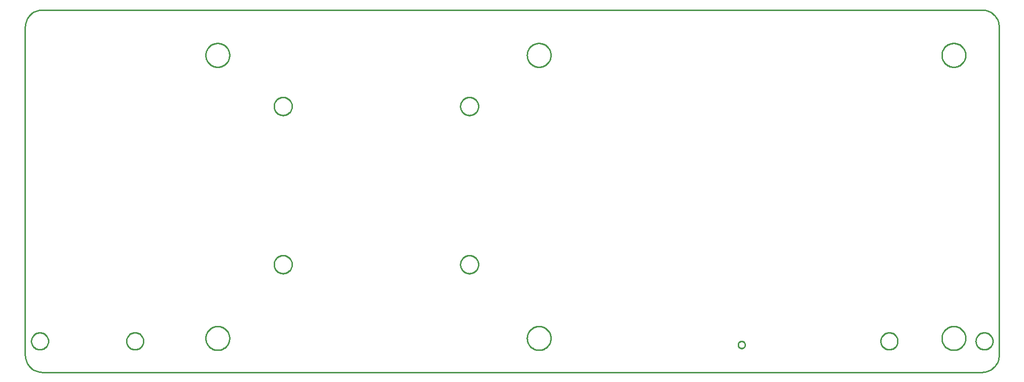
<source format=gko>
G04 EAGLE Gerber RS-274X export*
G75*
%MOMM*%
%FSLAX34Y34*%
%LPD*%
%IN*%
%IPPOS*%
%AMOC8*
5,1,8,0,0,1.08239X$1,22.5*%
G01*
%ADD10C,0.000000*%
%ADD11C,0.254000*%


D10*
X1690000Y640000D02*
X30000Y640000D01*
X0Y610000D02*
X0Y30000D01*
X30000Y0D02*
X1690000Y0D01*
X1720000Y30000D02*
X1720000Y610000D01*
X30000Y640000D02*
X29275Y639991D01*
X28551Y639965D01*
X27827Y639921D01*
X27105Y639860D01*
X26384Y639781D01*
X25665Y639685D01*
X24949Y639572D01*
X24236Y639441D01*
X23526Y639293D01*
X22821Y639128D01*
X22119Y638946D01*
X21422Y638747D01*
X20729Y638532D01*
X20043Y638299D01*
X19362Y638050D01*
X18687Y637785D01*
X18019Y637504D01*
X17358Y637206D01*
X16704Y636893D01*
X16058Y636564D01*
X15420Y636219D01*
X14791Y635859D01*
X14171Y635484D01*
X13560Y635094D01*
X12958Y634690D01*
X12366Y634271D01*
X11785Y633837D01*
X11214Y633390D01*
X10655Y632929D01*
X10106Y632455D01*
X9570Y631968D01*
X9045Y631468D01*
X8532Y630955D01*
X8032Y630430D01*
X7545Y629894D01*
X7071Y629345D01*
X6610Y628786D01*
X6163Y628215D01*
X5729Y627634D01*
X5310Y627042D01*
X4906Y626440D01*
X4516Y625829D01*
X4141Y625209D01*
X3781Y624580D01*
X3436Y623942D01*
X3107Y623296D01*
X2794Y622642D01*
X2496Y621981D01*
X2215Y621313D01*
X1950Y620638D01*
X1701Y619957D01*
X1468Y619271D01*
X1253Y618578D01*
X1054Y617881D01*
X872Y617179D01*
X707Y616474D01*
X559Y615764D01*
X428Y615051D01*
X315Y614335D01*
X219Y613616D01*
X140Y612895D01*
X79Y612173D01*
X35Y611449D01*
X9Y610725D01*
X0Y610000D01*
X1690000Y640000D02*
X1690725Y639991D01*
X1691449Y639965D01*
X1692173Y639921D01*
X1692895Y639860D01*
X1693616Y639781D01*
X1694335Y639685D01*
X1695051Y639572D01*
X1695764Y639441D01*
X1696474Y639293D01*
X1697179Y639128D01*
X1697881Y638946D01*
X1698578Y638747D01*
X1699271Y638532D01*
X1699957Y638299D01*
X1700638Y638050D01*
X1701313Y637785D01*
X1701981Y637504D01*
X1702642Y637206D01*
X1703296Y636893D01*
X1703942Y636564D01*
X1704580Y636219D01*
X1705209Y635859D01*
X1705829Y635484D01*
X1706440Y635094D01*
X1707042Y634690D01*
X1707634Y634271D01*
X1708215Y633837D01*
X1708786Y633390D01*
X1709345Y632929D01*
X1709894Y632455D01*
X1710430Y631968D01*
X1710955Y631468D01*
X1711468Y630955D01*
X1711968Y630430D01*
X1712455Y629894D01*
X1712929Y629345D01*
X1713390Y628786D01*
X1713837Y628215D01*
X1714271Y627634D01*
X1714690Y627042D01*
X1715094Y626440D01*
X1715484Y625829D01*
X1715859Y625209D01*
X1716219Y624580D01*
X1716564Y623942D01*
X1716893Y623296D01*
X1717206Y622642D01*
X1717504Y621981D01*
X1717785Y621313D01*
X1718050Y620638D01*
X1718299Y619957D01*
X1718532Y619271D01*
X1718747Y618578D01*
X1718946Y617881D01*
X1719128Y617179D01*
X1719293Y616474D01*
X1719441Y615764D01*
X1719572Y615051D01*
X1719685Y614335D01*
X1719781Y613616D01*
X1719860Y612895D01*
X1719921Y612173D01*
X1719965Y611449D01*
X1719991Y610725D01*
X1720000Y610000D01*
X1720000Y30000D02*
X1719991Y29275D01*
X1719965Y28551D01*
X1719921Y27827D01*
X1719860Y27105D01*
X1719781Y26384D01*
X1719685Y25665D01*
X1719572Y24949D01*
X1719441Y24236D01*
X1719293Y23526D01*
X1719128Y22821D01*
X1718946Y22119D01*
X1718747Y21422D01*
X1718532Y20729D01*
X1718299Y20043D01*
X1718050Y19362D01*
X1717785Y18687D01*
X1717504Y18019D01*
X1717206Y17358D01*
X1716893Y16704D01*
X1716564Y16058D01*
X1716219Y15420D01*
X1715859Y14791D01*
X1715484Y14171D01*
X1715094Y13560D01*
X1714690Y12958D01*
X1714271Y12366D01*
X1713837Y11785D01*
X1713390Y11214D01*
X1712929Y10655D01*
X1712455Y10106D01*
X1711968Y9570D01*
X1711468Y9045D01*
X1710955Y8532D01*
X1710430Y8032D01*
X1709894Y7545D01*
X1709345Y7071D01*
X1708786Y6610D01*
X1708215Y6163D01*
X1707634Y5729D01*
X1707042Y5310D01*
X1706440Y4906D01*
X1705829Y4516D01*
X1705209Y4141D01*
X1704580Y3781D01*
X1703942Y3436D01*
X1703296Y3107D01*
X1702642Y2794D01*
X1701981Y2496D01*
X1701313Y2215D01*
X1700638Y1950D01*
X1699957Y1701D01*
X1699271Y1468D01*
X1698578Y1253D01*
X1697881Y1054D01*
X1697179Y872D01*
X1696474Y707D01*
X1695764Y559D01*
X1695051Y428D01*
X1694335Y315D01*
X1693616Y219D01*
X1692895Y140D01*
X1692173Y79D01*
X1691449Y35D01*
X1690725Y9D01*
X1690000Y0D01*
X30000Y0D02*
X29275Y9D01*
X28551Y35D01*
X27827Y79D01*
X27105Y140D01*
X26384Y219D01*
X25665Y315D01*
X24949Y428D01*
X24236Y559D01*
X23526Y707D01*
X22821Y872D01*
X22119Y1054D01*
X21422Y1253D01*
X20729Y1468D01*
X20043Y1701D01*
X19362Y1950D01*
X18687Y2215D01*
X18019Y2496D01*
X17358Y2794D01*
X16704Y3107D01*
X16058Y3436D01*
X15420Y3781D01*
X14791Y4141D01*
X14171Y4516D01*
X13560Y4906D01*
X12958Y5310D01*
X12366Y5729D01*
X11785Y6163D01*
X11214Y6610D01*
X10655Y7071D01*
X10106Y7545D01*
X9570Y8032D01*
X9045Y8532D01*
X8532Y9045D01*
X8032Y9570D01*
X7545Y10106D01*
X7071Y10655D01*
X6610Y11214D01*
X6163Y11785D01*
X5729Y12366D01*
X5310Y12958D01*
X4906Y13560D01*
X4516Y14171D01*
X4141Y14791D01*
X3781Y15420D01*
X3436Y16058D01*
X3107Y16704D01*
X2794Y17358D01*
X2496Y18019D01*
X2215Y18687D01*
X1950Y19362D01*
X1701Y20043D01*
X1468Y20729D01*
X1253Y21422D01*
X1054Y22119D01*
X872Y22821D01*
X707Y23526D01*
X559Y24236D01*
X428Y24949D01*
X315Y25665D01*
X219Y26384D01*
X140Y27105D01*
X79Y27827D01*
X35Y28551D01*
X9Y29275D01*
X0Y30000D01*
X179000Y54900D02*
X179005Y55268D01*
X179018Y55636D01*
X179041Y56003D01*
X179072Y56370D01*
X179113Y56736D01*
X179162Y57101D01*
X179221Y57464D01*
X179288Y57826D01*
X179364Y58187D01*
X179450Y58545D01*
X179543Y58901D01*
X179646Y59254D01*
X179757Y59605D01*
X179877Y59953D01*
X180005Y60298D01*
X180142Y60640D01*
X180287Y60979D01*
X180440Y61313D01*
X180602Y61644D01*
X180771Y61971D01*
X180949Y62293D01*
X181134Y62612D01*
X181327Y62925D01*
X181528Y63234D01*
X181736Y63537D01*
X181952Y63835D01*
X182175Y64128D01*
X182405Y64416D01*
X182642Y64698D01*
X182886Y64973D01*
X183136Y65243D01*
X183393Y65507D01*
X183657Y65764D01*
X183927Y66014D01*
X184202Y66258D01*
X184484Y66495D01*
X184772Y66725D01*
X185065Y66948D01*
X185363Y67164D01*
X185666Y67372D01*
X185975Y67573D01*
X186288Y67766D01*
X186607Y67951D01*
X186929Y68129D01*
X187256Y68298D01*
X187587Y68460D01*
X187921Y68613D01*
X188260Y68758D01*
X188602Y68895D01*
X188947Y69023D01*
X189295Y69143D01*
X189646Y69254D01*
X189999Y69357D01*
X190355Y69450D01*
X190713Y69536D01*
X191074Y69612D01*
X191436Y69679D01*
X191799Y69738D01*
X192164Y69787D01*
X192530Y69828D01*
X192897Y69859D01*
X193264Y69882D01*
X193632Y69895D01*
X194000Y69900D01*
X194368Y69895D01*
X194736Y69882D01*
X195103Y69859D01*
X195470Y69828D01*
X195836Y69787D01*
X196201Y69738D01*
X196564Y69679D01*
X196926Y69612D01*
X197287Y69536D01*
X197645Y69450D01*
X198001Y69357D01*
X198354Y69254D01*
X198705Y69143D01*
X199053Y69023D01*
X199398Y68895D01*
X199740Y68758D01*
X200079Y68613D01*
X200413Y68460D01*
X200744Y68298D01*
X201071Y68129D01*
X201393Y67951D01*
X201712Y67766D01*
X202025Y67573D01*
X202334Y67372D01*
X202637Y67164D01*
X202935Y66948D01*
X203228Y66725D01*
X203516Y66495D01*
X203798Y66258D01*
X204073Y66014D01*
X204343Y65764D01*
X204607Y65507D01*
X204864Y65243D01*
X205114Y64973D01*
X205358Y64698D01*
X205595Y64416D01*
X205825Y64128D01*
X206048Y63835D01*
X206264Y63537D01*
X206472Y63234D01*
X206673Y62925D01*
X206866Y62612D01*
X207051Y62293D01*
X207229Y61971D01*
X207398Y61644D01*
X207560Y61313D01*
X207713Y60979D01*
X207858Y60640D01*
X207995Y60298D01*
X208123Y59953D01*
X208243Y59605D01*
X208354Y59254D01*
X208457Y58901D01*
X208550Y58545D01*
X208636Y58187D01*
X208712Y57826D01*
X208779Y57464D01*
X208838Y57101D01*
X208887Y56736D01*
X208928Y56370D01*
X208959Y56003D01*
X208982Y55636D01*
X208995Y55268D01*
X209000Y54900D01*
X208995Y54532D01*
X208982Y54164D01*
X208959Y53797D01*
X208928Y53430D01*
X208887Y53064D01*
X208838Y52699D01*
X208779Y52336D01*
X208712Y51974D01*
X208636Y51613D01*
X208550Y51255D01*
X208457Y50899D01*
X208354Y50546D01*
X208243Y50195D01*
X208123Y49847D01*
X207995Y49502D01*
X207858Y49160D01*
X207713Y48821D01*
X207560Y48487D01*
X207398Y48156D01*
X207229Y47829D01*
X207051Y47507D01*
X206866Y47188D01*
X206673Y46875D01*
X206472Y46566D01*
X206264Y46263D01*
X206048Y45965D01*
X205825Y45672D01*
X205595Y45384D01*
X205358Y45102D01*
X205114Y44827D01*
X204864Y44557D01*
X204607Y44293D01*
X204343Y44036D01*
X204073Y43786D01*
X203798Y43542D01*
X203516Y43305D01*
X203228Y43075D01*
X202935Y42852D01*
X202637Y42636D01*
X202334Y42428D01*
X202025Y42227D01*
X201712Y42034D01*
X201393Y41849D01*
X201071Y41671D01*
X200744Y41502D01*
X200413Y41340D01*
X200079Y41187D01*
X199740Y41042D01*
X199398Y40905D01*
X199053Y40777D01*
X198705Y40657D01*
X198354Y40546D01*
X198001Y40443D01*
X197645Y40350D01*
X197287Y40264D01*
X196926Y40188D01*
X196564Y40121D01*
X196201Y40062D01*
X195836Y40013D01*
X195470Y39972D01*
X195103Y39941D01*
X194736Y39918D01*
X194368Y39905D01*
X194000Y39900D01*
X193632Y39905D01*
X193264Y39918D01*
X192897Y39941D01*
X192530Y39972D01*
X192164Y40013D01*
X191799Y40062D01*
X191436Y40121D01*
X191074Y40188D01*
X190713Y40264D01*
X190355Y40350D01*
X189999Y40443D01*
X189646Y40546D01*
X189295Y40657D01*
X188947Y40777D01*
X188602Y40905D01*
X188260Y41042D01*
X187921Y41187D01*
X187587Y41340D01*
X187256Y41502D01*
X186929Y41671D01*
X186607Y41849D01*
X186288Y42034D01*
X185975Y42227D01*
X185666Y42428D01*
X185363Y42636D01*
X185065Y42852D01*
X184772Y43075D01*
X184484Y43305D01*
X184202Y43542D01*
X183927Y43786D01*
X183657Y44036D01*
X183393Y44293D01*
X183136Y44557D01*
X182886Y44827D01*
X182642Y45102D01*
X182405Y45384D01*
X182175Y45672D01*
X181952Y45965D01*
X181736Y46263D01*
X181528Y46566D01*
X181327Y46875D01*
X181134Y47188D01*
X180949Y47507D01*
X180771Y47829D01*
X180602Y48156D01*
X180440Y48487D01*
X180287Y48821D01*
X180142Y49160D01*
X180005Y49502D01*
X179877Y49847D01*
X179757Y50195D01*
X179646Y50546D01*
X179543Y50899D01*
X179450Y51255D01*
X179364Y51613D01*
X179288Y51974D01*
X179221Y52336D01*
X179162Y52699D01*
X179113Y53064D01*
X179072Y53430D01*
X179041Y53797D01*
X179018Y54164D01*
X179005Y54532D01*
X179000Y54900D01*
X11000Y54900D02*
X11005Y55268D01*
X11018Y55636D01*
X11041Y56003D01*
X11072Y56370D01*
X11113Y56736D01*
X11162Y57101D01*
X11221Y57464D01*
X11288Y57826D01*
X11364Y58187D01*
X11450Y58545D01*
X11543Y58901D01*
X11646Y59254D01*
X11757Y59605D01*
X11877Y59953D01*
X12005Y60298D01*
X12142Y60640D01*
X12287Y60979D01*
X12440Y61313D01*
X12602Y61644D01*
X12771Y61971D01*
X12949Y62293D01*
X13134Y62612D01*
X13327Y62925D01*
X13528Y63234D01*
X13736Y63537D01*
X13952Y63835D01*
X14175Y64128D01*
X14405Y64416D01*
X14642Y64698D01*
X14886Y64973D01*
X15136Y65243D01*
X15393Y65507D01*
X15657Y65764D01*
X15927Y66014D01*
X16202Y66258D01*
X16484Y66495D01*
X16772Y66725D01*
X17065Y66948D01*
X17363Y67164D01*
X17666Y67372D01*
X17975Y67573D01*
X18288Y67766D01*
X18607Y67951D01*
X18929Y68129D01*
X19256Y68298D01*
X19587Y68460D01*
X19921Y68613D01*
X20260Y68758D01*
X20602Y68895D01*
X20947Y69023D01*
X21295Y69143D01*
X21646Y69254D01*
X21999Y69357D01*
X22355Y69450D01*
X22713Y69536D01*
X23074Y69612D01*
X23436Y69679D01*
X23799Y69738D01*
X24164Y69787D01*
X24530Y69828D01*
X24897Y69859D01*
X25264Y69882D01*
X25632Y69895D01*
X26000Y69900D01*
X26368Y69895D01*
X26736Y69882D01*
X27103Y69859D01*
X27470Y69828D01*
X27836Y69787D01*
X28201Y69738D01*
X28564Y69679D01*
X28926Y69612D01*
X29287Y69536D01*
X29645Y69450D01*
X30001Y69357D01*
X30354Y69254D01*
X30705Y69143D01*
X31053Y69023D01*
X31398Y68895D01*
X31740Y68758D01*
X32079Y68613D01*
X32413Y68460D01*
X32744Y68298D01*
X33071Y68129D01*
X33393Y67951D01*
X33712Y67766D01*
X34025Y67573D01*
X34334Y67372D01*
X34637Y67164D01*
X34935Y66948D01*
X35228Y66725D01*
X35516Y66495D01*
X35798Y66258D01*
X36073Y66014D01*
X36343Y65764D01*
X36607Y65507D01*
X36864Y65243D01*
X37114Y64973D01*
X37358Y64698D01*
X37595Y64416D01*
X37825Y64128D01*
X38048Y63835D01*
X38264Y63537D01*
X38472Y63234D01*
X38673Y62925D01*
X38866Y62612D01*
X39051Y62293D01*
X39229Y61971D01*
X39398Y61644D01*
X39560Y61313D01*
X39713Y60979D01*
X39858Y60640D01*
X39995Y60298D01*
X40123Y59953D01*
X40243Y59605D01*
X40354Y59254D01*
X40457Y58901D01*
X40550Y58545D01*
X40636Y58187D01*
X40712Y57826D01*
X40779Y57464D01*
X40838Y57101D01*
X40887Y56736D01*
X40928Y56370D01*
X40959Y56003D01*
X40982Y55636D01*
X40995Y55268D01*
X41000Y54900D01*
X40995Y54532D01*
X40982Y54164D01*
X40959Y53797D01*
X40928Y53430D01*
X40887Y53064D01*
X40838Y52699D01*
X40779Y52336D01*
X40712Y51974D01*
X40636Y51613D01*
X40550Y51255D01*
X40457Y50899D01*
X40354Y50546D01*
X40243Y50195D01*
X40123Y49847D01*
X39995Y49502D01*
X39858Y49160D01*
X39713Y48821D01*
X39560Y48487D01*
X39398Y48156D01*
X39229Y47829D01*
X39051Y47507D01*
X38866Y47188D01*
X38673Y46875D01*
X38472Y46566D01*
X38264Y46263D01*
X38048Y45965D01*
X37825Y45672D01*
X37595Y45384D01*
X37358Y45102D01*
X37114Y44827D01*
X36864Y44557D01*
X36607Y44293D01*
X36343Y44036D01*
X36073Y43786D01*
X35798Y43542D01*
X35516Y43305D01*
X35228Y43075D01*
X34935Y42852D01*
X34637Y42636D01*
X34334Y42428D01*
X34025Y42227D01*
X33712Y42034D01*
X33393Y41849D01*
X33071Y41671D01*
X32744Y41502D01*
X32413Y41340D01*
X32079Y41187D01*
X31740Y41042D01*
X31398Y40905D01*
X31053Y40777D01*
X30705Y40657D01*
X30354Y40546D01*
X30001Y40443D01*
X29645Y40350D01*
X29287Y40264D01*
X28926Y40188D01*
X28564Y40121D01*
X28201Y40062D01*
X27836Y40013D01*
X27470Y39972D01*
X27103Y39941D01*
X26736Y39918D01*
X26368Y39905D01*
X26000Y39900D01*
X25632Y39905D01*
X25264Y39918D01*
X24897Y39941D01*
X24530Y39972D01*
X24164Y40013D01*
X23799Y40062D01*
X23436Y40121D01*
X23074Y40188D01*
X22713Y40264D01*
X22355Y40350D01*
X21999Y40443D01*
X21646Y40546D01*
X21295Y40657D01*
X20947Y40777D01*
X20602Y40905D01*
X20260Y41042D01*
X19921Y41187D01*
X19587Y41340D01*
X19256Y41502D01*
X18929Y41671D01*
X18607Y41849D01*
X18288Y42034D01*
X17975Y42227D01*
X17666Y42428D01*
X17363Y42636D01*
X17065Y42852D01*
X16772Y43075D01*
X16484Y43305D01*
X16202Y43542D01*
X15927Y43786D01*
X15657Y44036D01*
X15393Y44293D01*
X15136Y44557D01*
X14886Y44827D01*
X14642Y45102D01*
X14405Y45384D01*
X14175Y45672D01*
X13952Y45965D01*
X13736Y46263D01*
X13528Y46566D01*
X13327Y46875D01*
X13134Y47188D01*
X12949Y47507D01*
X12771Y47829D01*
X12602Y48156D01*
X12440Y48487D01*
X12287Y48821D01*
X12142Y49160D01*
X12005Y49502D01*
X11877Y49847D01*
X11757Y50195D01*
X11646Y50546D01*
X11543Y50899D01*
X11450Y51255D01*
X11364Y51613D01*
X11288Y51974D01*
X11221Y52336D01*
X11162Y52699D01*
X11113Y53064D01*
X11072Y53430D01*
X11041Y53797D01*
X11018Y54164D01*
X11005Y54532D01*
X11000Y54900D01*
X1679000Y54900D02*
X1679005Y55268D01*
X1679018Y55636D01*
X1679041Y56003D01*
X1679072Y56370D01*
X1679113Y56736D01*
X1679162Y57101D01*
X1679221Y57464D01*
X1679288Y57826D01*
X1679364Y58187D01*
X1679450Y58545D01*
X1679543Y58901D01*
X1679646Y59254D01*
X1679757Y59605D01*
X1679877Y59953D01*
X1680005Y60298D01*
X1680142Y60640D01*
X1680287Y60979D01*
X1680440Y61313D01*
X1680602Y61644D01*
X1680771Y61971D01*
X1680949Y62293D01*
X1681134Y62612D01*
X1681327Y62925D01*
X1681528Y63234D01*
X1681736Y63537D01*
X1681952Y63835D01*
X1682175Y64128D01*
X1682405Y64416D01*
X1682642Y64698D01*
X1682886Y64973D01*
X1683136Y65243D01*
X1683393Y65507D01*
X1683657Y65764D01*
X1683927Y66014D01*
X1684202Y66258D01*
X1684484Y66495D01*
X1684772Y66725D01*
X1685065Y66948D01*
X1685363Y67164D01*
X1685666Y67372D01*
X1685975Y67573D01*
X1686288Y67766D01*
X1686607Y67951D01*
X1686929Y68129D01*
X1687256Y68298D01*
X1687587Y68460D01*
X1687921Y68613D01*
X1688260Y68758D01*
X1688602Y68895D01*
X1688947Y69023D01*
X1689295Y69143D01*
X1689646Y69254D01*
X1689999Y69357D01*
X1690355Y69450D01*
X1690713Y69536D01*
X1691074Y69612D01*
X1691436Y69679D01*
X1691799Y69738D01*
X1692164Y69787D01*
X1692530Y69828D01*
X1692897Y69859D01*
X1693264Y69882D01*
X1693632Y69895D01*
X1694000Y69900D01*
X1694368Y69895D01*
X1694736Y69882D01*
X1695103Y69859D01*
X1695470Y69828D01*
X1695836Y69787D01*
X1696201Y69738D01*
X1696564Y69679D01*
X1696926Y69612D01*
X1697287Y69536D01*
X1697645Y69450D01*
X1698001Y69357D01*
X1698354Y69254D01*
X1698705Y69143D01*
X1699053Y69023D01*
X1699398Y68895D01*
X1699740Y68758D01*
X1700079Y68613D01*
X1700413Y68460D01*
X1700744Y68298D01*
X1701071Y68129D01*
X1701393Y67951D01*
X1701712Y67766D01*
X1702025Y67573D01*
X1702334Y67372D01*
X1702637Y67164D01*
X1702935Y66948D01*
X1703228Y66725D01*
X1703516Y66495D01*
X1703798Y66258D01*
X1704073Y66014D01*
X1704343Y65764D01*
X1704607Y65507D01*
X1704864Y65243D01*
X1705114Y64973D01*
X1705358Y64698D01*
X1705595Y64416D01*
X1705825Y64128D01*
X1706048Y63835D01*
X1706264Y63537D01*
X1706472Y63234D01*
X1706673Y62925D01*
X1706866Y62612D01*
X1707051Y62293D01*
X1707229Y61971D01*
X1707398Y61644D01*
X1707560Y61313D01*
X1707713Y60979D01*
X1707858Y60640D01*
X1707995Y60298D01*
X1708123Y59953D01*
X1708243Y59605D01*
X1708354Y59254D01*
X1708457Y58901D01*
X1708550Y58545D01*
X1708636Y58187D01*
X1708712Y57826D01*
X1708779Y57464D01*
X1708838Y57101D01*
X1708887Y56736D01*
X1708928Y56370D01*
X1708959Y56003D01*
X1708982Y55636D01*
X1708995Y55268D01*
X1709000Y54900D01*
X1708995Y54532D01*
X1708982Y54164D01*
X1708959Y53797D01*
X1708928Y53430D01*
X1708887Y53064D01*
X1708838Y52699D01*
X1708779Y52336D01*
X1708712Y51974D01*
X1708636Y51613D01*
X1708550Y51255D01*
X1708457Y50899D01*
X1708354Y50546D01*
X1708243Y50195D01*
X1708123Y49847D01*
X1707995Y49502D01*
X1707858Y49160D01*
X1707713Y48821D01*
X1707560Y48487D01*
X1707398Y48156D01*
X1707229Y47829D01*
X1707051Y47507D01*
X1706866Y47188D01*
X1706673Y46875D01*
X1706472Y46566D01*
X1706264Y46263D01*
X1706048Y45965D01*
X1705825Y45672D01*
X1705595Y45384D01*
X1705358Y45102D01*
X1705114Y44827D01*
X1704864Y44557D01*
X1704607Y44293D01*
X1704343Y44036D01*
X1704073Y43786D01*
X1703798Y43542D01*
X1703516Y43305D01*
X1703228Y43075D01*
X1702935Y42852D01*
X1702637Y42636D01*
X1702334Y42428D01*
X1702025Y42227D01*
X1701712Y42034D01*
X1701393Y41849D01*
X1701071Y41671D01*
X1700744Y41502D01*
X1700413Y41340D01*
X1700079Y41187D01*
X1699740Y41042D01*
X1699398Y40905D01*
X1699053Y40777D01*
X1698705Y40657D01*
X1698354Y40546D01*
X1698001Y40443D01*
X1697645Y40350D01*
X1697287Y40264D01*
X1696926Y40188D01*
X1696564Y40121D01*
X1696201Y40062D01*
X1695836Y40013D01*
X1695470Y39972D01*
X1695103Y39941D01*
X1694736Y39918D01*
X1694368Y39905D01*
X1694000Y39900D01*
X1693632Y39905D01*
X1693264Y39918D01*
X1692897Y39941D01*
X1692530Y39972D01*
X1692164Y40013D01*
X1691799Y40062D01*
X1691436Y40121D01*
X1691074Y40188D01*
X1690713Y40264D01*
X1690355Y40350D01*
X1689999Y40443D01*
X1689646Y40546D01*
X1689295Y40657D01*
X1688947Y40777D01*
X1688602Y40905D01*
X1688260Y41042D01*
X1687921Y41187D01*
X1687587Y41340D01*
X1687256Y41502D01*
X1686929Y41671D01*
X1686607Y41849D01*
X1686288Y42034D01*
X1685975Y42227D01*
X1685666Y42428D01*
X1685363Y42636D01*
X1685065Y42852D01*
X1684772Y43075D01*
X1684484Y43305D01*
X1684202Y43542D01*
X1683927Y43786D01*
X1683657Y44036D01*
X1683393Y44293D01*
X1683136Y44557D01*
X1682886Y44827D01*
X1682642Y45102D01*
X1682405Y45384D01*
X1682175Y45672D01*
X1681952Y45965D01*
X1681736Y46263D01*
X1681528Y46566D01*
X1681327Y46875D01*
X1681134Y47188D01*
X1680949Y47507D01*
X1680771Y47829D01*
X1680602Y48156D01*
X1680440Y48487D01*
X1680287Y48821D01*
X1680142Y49160D01*
X1680005Y49502D01*
X1679877Y49847D01*
X1679757Y50195D01*
X1679646Y50546D01*
X1679543Y50899D01*
X1679450Y51255D01*
X1679364Y51613D01*
X1679288Y51974D01*
X1679221Y52336D01*
X1679162Y52699D01*
X1679113Y53064D01*
X1679072Y53430D01*
X1679041Y53797D01*
X1679018Y54164D01*
X1679005Y54532D01*
X1679000Y54900D01*
X1511000Y54900D02*
X1511005Y55268D01*
X1511018Y55636D01*
X1511041Y56003D01*
X1511072Y56370D01*
X1511113Y56736D01*
X1511162Y57101D01*
X1511221Y57464D01*
X1511288Y57826D01*
X1511364Y58187D01*
X1511450Y58545D01*
X1511543Y58901D01*
X1511646Y59254D01*
X1511757Y59605D01*
X1511877Y59953D01*
X1512005Y60298D01*
X1512142Y60640D01*
X1512287Y60979D01*
X1512440Y61313D01*
X1512602Y61644D01*
X1512771Y61971D01*
X1512949Y62293D01*
X1513134Y62612D01*
X1513327Y62925D01*
X1513528Y63234D01*
X1513736Y63537D01*
X1513952Y63835D01*
X1514175Y64128D01*
X1514405Y64416D01*
X1514642Y64698D01*
X1514886Y64973D01*
X1515136Y65243D01*
X1515393Y65507D01*
X1515657Y65764D01*
X1515927Y66014D01*
X1516202Y66258D01*
X1516484Y66495D01*
X1516772Y66725D01*
X1517065Y66948D01*
X1517363Y67164D01*
X1517666Y67372D01*
X1517975Y67573D01*
X1518288Y67766D01*
X1518607Y67951D01*
X1518929Y68129D01*
X1519256Y68298D01*
X1519587Y68460D01*
X1519921Y68613D01*
X1520260Y68758D01*
X1520602Y68895D01*
X1520947Y69023D01*
X1521295Y69143D01*
X1521646Y69254D01*
X1521999Y69357D01*
X1522355Y69450D01*
X1522713Y69536D01*
X1523074Y69612D01*
X1523436Y69679D01*
X1523799Y69738D01*
X1524164Y69787D01*
X1524530Y69828D01*
X1524897Y69859D01*
X1525264Y69882D01*
X1525632Y69895D01*
X1526000Y69900D01*
X1526368Y69895D01*
X1526736Y69882D01*
X1527103Y69859D01*
X1527470Y69828D01*
X1527836Y69787D01*
X1528201Y69738D01*
X1528564Y69679D01*
X1528926Y69612D01*
X1529287Y69536D01*
X1529645Y69450D01*
X1530001Y69357D01*
X1530354Y69254D01*
X1530705Y69143D01*
X1531053Y69023D01*
X1531398Y68895D01*
X1531740Y68758D01*
X1532079Y68613D01*
X1532413Y68460D01*
X1532744Y68298D01*
X1533071Y68129D01*
X1533393Y67951D01*
X1533712Y67766D01*
X1534025Y67573D01*
X1534334Y67372D01*
X1534637Y67164D01*
X1534935Y66948D01*
X1535228Y66725D01*
X1535516Y66495D01*
X1535798Y66258D01*
X1536073Y66014D01*
X1536343Y65764D01*
X1536607Y65507D01*
X1536864Y65243D01*
X1537114Y64973D01*
X1537358Y64698D01*
X1537595Y64416D01*
X1537825Y64128D01*
X1538048Y63835D01*
X1538264Y63537D01*
X1538472Y63234D01*
X1538673Y62925D01*
X1538866Y62612D01*
X1539051Y62293D01*
X1539229Y61971D01*
X1539398Y61644D01*
X1539560Y61313D01*
X1539713Y60979D01*
X1539858Y60640D01*
X1539995Y60298D01*
X1540123Y59953D01*
X1540243Y59605D01*
X1540354Y59254D01*
X1540457Y58901D01*
X1540550Y58545D01*
X1540636Y58187D01*
X1540712Y57826D01*
X1540779Y57464D01*
X1540838Y57101D01*
X1540887Y56736D01*
X1540928Y56370D01*
X1540959Y56003D01*
X1540982Y55636D01*
X1540995Y55268D01*
X1541000Y54900D01*
X1540995Y54532D01*
X1540982Y54164D01*
X1540959Y53797D01*
X1540928Y53430D01*
X1540887Y53064D01*
X1540838Y52699D01*
X1540779Y52336D01*
X1540712Y51974D01*
X1540636Y51613D01*
X1540550Y51255D01*
X1540457Y50899D01*
X1540354Y50546D01*
X1540243Y50195D01*
X1540123Y49847D01*
X1539995Y49502D01*
X1539858Y49160D01*
X1539713Y48821D01*
X1539560Y48487D01*
X1539398Y48156D01*
X1539229Y47829D01*
X1539051Y47507D01*
X1538866Y47188D01*
X1538673Y46875D01*
X1538472Y46566D01*
X1538264Y46263D01*
X1538048Y45965D01*
X1537825Y45672D01*
X1537595Y45384D01*
X1537358Y45102D01*
X1537114Y44827D01*
X1536864Y44557D01*
X1536607Y44293D01*
X1536343Y44036D01*
X1536073Y43786D01*
X1535798Y43542D01*
X1535516Y43305D01*
X1535228Y43075D01*
X1534935Y42852D01*
X1534637Y42636D01*
X1534334Y42428D01*
X1534025Y42227D01*
X1533712Y42034D01*
X1533393Y41849D01*
X1533071Y41671D01*
X1532744Y41502D01*
X1532413Y41340D01*
X1532079Y41187D01*
X1531740Y41042D01*
X1531398Y40905D01*
X1531053Y40777D01*
X1530705Y40657D01*
X1530354Y40546D01*
X1530001Y40443D01*
X1529645Y40350D01*
X1529287Y40264D01*
X1528926Y40188D01*
X1528564Y40121D01*
X1528201Y40062D01*
X1527836Y40013D01*
X1527470Y39972D01*
X1527103Y39941D01*
X1526736Y39918D01*
X1526368Y39905D01*
X1526000Y39900D01*
X1525632Y39905D01*
X1525264Y39918D01*
X1524897Y39941D01*
X1524530Y39972D01*
X1524164Y40013D01*
X1523799Y40062D01*
X1523436Y40121D01*
X1523074Y40188D01*
X1522713Y40264D01*
X1522355Y40350D01*
X1521999Y40443D01*
X1521646Y40546D01*
X1521295Y40657D01*
X1520947Y40777D01*
X1520602Y40905D01*
X1520260Y41042D01*
X1519921Y41187D01*
X1519587Y41340D01*
X1519256Y41502D01*
X1518929Y41671D01*
X1518607Y41849D01*
X1518288Y42034D01*
X1517975Y42227D01*
X1517666Y42428D01*
X1517363Y42636D01*
X1517065Y42852D01*
X1516772Y43075D01*
X1516484Y43305D01*
X1516202Y43542D01*
X1515927Y43786D01*
X1515657Y44036D01*
X1515393Y44293D01*
X1515136Y44557D01*
X1514886Y44827D01*
X1514642Y45102D01*
X1514405Y45384D01*
X1514175Y45672D01*
X1513952Y45965D01*
X1513736Y46263D01*
X1513528Y46566D01*
X1513327Y46875D01*
X1513134Y47188D01*
X1512949Y47507D01*
X1512771Y47829D01*
X1512602Y48156D01*
X1512440Y48487D01*
X1512287Y48821D01*
X1512142Y49160D01*
X1512005Y49502D01*
X1511877Y49847D01*
X1511757Y50195D01*
X1511646Y50546D01*
X1511543Y50899D01*
X1511450Y51255D01*
X1511364Y51613D01*
X1511288Y51974D01*
X1511221Y52336D01*
X1511162Y52699D01*
X1511113Y53064D01*
X1511072Y53430D01*
X1511041Y53797D01*
X1511018Y54164D01*
X1511005Y54532D01*
X1511000Y54900D01*
X439533Y469700D02*
X439538Y470090D01*
X439552Y470479D01*
X439576Y470868D01*
X439609Y471256D01*
X439652Y471643D01*
X439705Y472029D01*
X439767Y472414D01*
X439838Y472797D01*
X439919Y473178D01*
X440009Y473557D01*
X440108Y473934D01*
X440217Y474308D01*
X440334Y474680D01*
X440461Y475048D01*
X440597Y475413D01*
X440741Y475775D01*
X440895Y476133D01*
X441057Y476487D01*
X441228Y476838D01*
X441407Y477183D01*
X441595Y477525D01*
X441792Y477861D01*
X441996Y478193D01*
X442208Y478520D01*
X442429Y478841D01*
X442657Y479157D01*
X442893Y479467D01*
X443136Y479771D01*
X443387Y480069D01*
X443645Y480361D01*
X443911Y480646D01*
X444183Y480925D01*
X444462Y481197D01*
X444747Y481463D01*
X445039Y481721D01*
X445337Y481972D01*
X445641Y482215D01*
X445951Y482451D01*
X446267Y482679D01*
X446588Y482900D01*
X446915Y483112D01*
X447247Y483316D01*
X447583Y483513D01*
X447925Y483701D01*
X448270Y483880D01*
X448621Y484051D01*
X448975Y484213D01*
X449333Y484367D01*
X449695Y484511D01*
X450060Y484647D01*
X450428Y484774D01*
X450800Y484891D01*
X451174Y485000D01*
X451551Y485099D01*
X451930Y485189D01*
X452311Y485270D01*
X452694Y485341D01*
X453079Y485403D01*
X453465Y485456D01*
X453852Y485499D01*
X454240Y485532D01*
X454629Y485556D01*
X455018Y485570D01*
X455408Y485575D01*
X455798Y485570D01*
X456187Y485556D01*
X456576Y485532D01*
X456964Y485499D01*
X457351Y485456D01*
X457737Y485403D01*
X458122Y485341D01*
X458505Y485270D01*
X458886Y485189D01*
X459265Y485099D01*
X459642Y485000D01*
X460016Y484891D01*
X460388Y484774D01*
X460756Y484647D01*
X461121Y484511D01*
X461483Y484367D01*
X461841Y484213D01*
X462195Y484051D01*
X462546Y483880D01*
X462891Y483701D01*
X463233Y483513D01*
X463569Y483316D01*
X463901Y483112D01*
X464228Y482900D01*
X464549Y482679D01*
X464865Y482451D01*
X465175Y482215D01*
X465479Y481972D01*
X465777Y481721D01*
X466069Y481463D01*
X466354Y481197D01*
X466633Y480925D01*
X466905Y480646D01*
X467171Y480361D01*
X467429Y480069D01*
X467680Y479771D01*
X467923Y479467D01*
X468159Y479157D01*
X468387Y478841D01*
X468608Y478520D01*
X468820Y478193D01*
X469024Y477861D01*
X469221Y477525D01*
X469409Y477183D01*
X469588Y476838D01*
X469759Y476487D01*
X469921Y476133D01*
X470075Y475775D01*
X470219Y475413D01*
X470355Y475048D01*
X470482Y474680D01*
X470599Y474308D01*
X470708Y473934D01*
X470807Y473557D01*
X470897Y473178D01*
X470978Y472797D01*
X471049Y472414D01*
X471111Y472029D01*
X471164Y471643D01*
X471207Y471256D01*
X471240Y470868D01*
X471264Y470479D01*
X471278Y470090D01*
X471283Y469700D01*
X471278Y469310D01*
X471264Y468921D01*
X471240Y468532D01*
X471207Y468144D01*
X471164Y467757D01*
X471111Y467371D01*
X471049Y466986D01*
X470978Y466603D01*
X470897Y466222D01*
X470807Y465843D01*
X470708Y465466D01*
X470599Y465092D01*
X470482Y464720D01*
X470355Y464352D01*
X470219Y463987D01*
X470075Y463625D01*
X469921Y463267D01*
X469759Y462913D01*
X469588Y462562D01*
X469409Y462217D01*
X469221Y461875D01*
X469024Y461539D01*
X468820Y461207D01*
X468608Y460880D01*
X468387Y460559D01*
X468159Y460243D01*
X467923Y459933D01*
X467680Y459629D01*
X467429Y459331D01*
X467171Y459039D01*
X466905Y458754D01*
X466633Y458475D01*
X466354Y458203D01*
X466069Y457937D01*
X465777Y457679D01*
X465479Y457428D01*
X465175Y457185D01*
X464865Y456949D01*
X464549Y456721D01*
X464228Y456500D01*
X463901Y456288D01*
X463569Y456084D01*
X463233Y455887D01*
X462891Y455699D01*
X462546Y455520D01*
X462195Y455349D01*
X461841Y455187D01*
X461483Y455033D01*
X461121Y454889D01*
X460756Y454753D01*
X460388Y454626D01*
X460016Y454509D01*
X459642Y454400D01*
X459265Y454301D01*
X458886Y454211D01*
X458505Y454130D01*
X458122Y454059D01*
X457737Y453997D01*
X457351Y453944D01*
X456964Y453901D01*
X456576Y453868D01*
X456187Y453844D01*
X455798Y453830D01*
X455408Y453825D01*
X455018Y453830D01*
X454629Y453844D01*
X454240Y453868D01*
X453852Y453901D01*
X453465Y453944D01*
X453079Y453997D01*
X452694Y454059D01*
X452311Y454130D01*
X451930Y454211D01*
X451551Y454301D01*
X451174Y454400D01*
X450800Y454509D01*
X450428Y454626D01*
X450060Y454753D01*
X449695Y454889D01*
X449333Y455033D01*
X448975Y455187D01*
X448621Y455349D01*
X448270Y455520D01*
X447925Y455699D01*
X447583Y455887D01*
X447247Y456084D01*
X446915Y456288D01*
X446588Y456500D01*
X446267Y456721D01*
X445951Y456949D01*
X445641Y457185D01*
X445337Y457428D01*
X445039Y457679D01*
X444747Y457937D01*
X444462Y458203D01*
X444183Y458475D01*
X443911Y458754D01*
X443645Y459039D01*
X443387Y459331D01*
X443136Y459629D01*
X442893Y459933D01*
X442657Y460243D01*
X442429Y460559D01*
X442208Y460880D01*
X441996Y461207D01*
X441792Y461539D01*
X441595Y461875D01*
X441407Y462217D01*
X441228Y462562D01*
X441057Y462913D01*
X440895Y463267D01*
X440741Y463625D01*
X440597Y463987D01*
X440461Y464352D01*
X440334Y464720D01*
X440217Y465092D01*
X440108Y465466D01*
X440009Y465843D01*
X439919Y466222D01*
X439838Y466603D01*
X439767Y466986D01*
X439705Y467371D01*
X439652Y467757D01*
X439609Y468144D01*
X439576Y468532D01*
X439552Y468921D01*
X439538Y469310D01*
X439533Y469700D01*
X439533Y190300D02*
X439538Y190690D01*
X439552Y191079D01*
X439576Y191468D01*
X439609Y191856D01*
X439652Y192243D01*
X439705Y192629D01*
X439767Y193014D01*
X439838Y193397D01*
X439919Y193778D01*
X440009Y194157D01*
X440108Y194534D01*
X440217Y194908D01*
X440334Y195280D01*
X440461Y195648D01*
X440597Y196013D01*
X440741Y196375D01*
X440895Y196733D01*
X441057Y197087D01*
X441228Y197438D01*
X441407Y197783D01*
X441595Y198125D01*
X441792Y198461D01*
X441996Y198793D01*
X442208Y199120D01*
X442429Y199441D01*
X442657Y199757D01*
X442893Y200067D01*
X443136Y200371D01*
X443387Y200669D01*
X443645Y200961D01*
X443911Y201246D01*
X444183Y201525D01*
X444462Y201797D01*
X444747Y202063D01*
X445039Y202321D01*
X445337Y202572D01*
X445641Y202815D01*
X445951Y203051D01*
X446267Y203279D01*
X446588Y203500D01*
X446915Y203712D01*
X447247Y203916D01*
X447583Y204113D01*
X447925Y204301D01*
X448270Y204480D01*
X448621Y204651D01*
X448975Y204813D01*
X449333Y204967D01*
X449695Y205111D01*
X450060Y205247D01*
X450428Y205374D01*
X450800Y205491D01*
X451174Y205600D01*
X451551Y205699D01*
X451930Y205789D01*
X452311Y205870D01*
X452694Y205941D01*
X453079Y206003D01*
X453465Y206056D01*
X453852Y206099D01*
X454240Y206132D01*
X454629Y206156D01*
X455018Y206170D01*
X455408Y206175D01*
X455798Y206170D01*
X456187Y206156D01*
X456576Y206132D01*
X456964Y206099D01*
X457351Y206056D01*
X457737Y206003D01*
X458122Y205941D01*
X458505Y205870D01*
X458886Y205789D01*
X459265Y205699D01*
X459642Y205600D01*
X460016Y205491D01*
X460388Y205374D01*
X460756Y205247D01*
X461121Y205111D01*
X461483Y204967D01*
X461841Y204813D01*
X462195Y204651D01*
X462546Y204480D01*
X462891Y204301D01*
X463233Y204113D01*
X463569Y203916D01*
X463901Y203712D01*
X464228Y203500D01*
X464549Y203279D01*
X464865Y203051D01*
X465175Y202815D01*
X465479Y202572D01*
X465777Y202321D01*
X466069Y202063D01*
X466354Y201797D01*
X466633Y201525D01*
X466905Y201246D01*
X467171Y200961D01*
X467429Y200669D01*
X467680Y200371D01*
X467923Y200067D01*
X468159Y199757D01*
X468387Y199441D01*
X468608Y199120D01*
X468820Y198793D01*
X469024Y198461D01*
X469221Y198125D01*
X469409Y197783D01*
X469588Y197438D01*
X469759Y197087D01*
X469921Y196733D01*
X470075Y196375D01*
X470219Y196013D01*
X470355Y195648D01*
X470482Y195280D01*
X470599Y194908D01*
X470708Y194534D01*
X470807Y194157D01*
X470897Y193778D01*
X470978Y193397D01*
X471049Y193014D01*
X471111Y192629D01*
X471164Y192243D01*
X471207Y191856D01*
X471240Y191468D01*
X471264Y191079D01*
X471278Y190690D01*
X471283Y190300D01*
X471278Y189910D01*
X471264Y189521D01*
X471240Y189132D01*
X471207Y188744D01*
X471164Y188357D01*
X471111Y187971D01*
X471049Y187586D01*
X470978Y187203D01*
X470897Y186822D01*
X470807Y186443D01*
X470708Y186066D01*
X470599Y185692D01*
X470482Y185320D01*
X470355Y184952D01*
X470219Y184587D01*
X470075Y184225D01*
X469921Y183867D01*
X469759Y183513D01*
X469588Y183162D01*
X469409Y182817D01*
X469221Y182475D01*
X469024Y182139D01*
X468820Y181807D01*
X468608Y181480D01*
X468387Y181159D01*
X468159Y180843D01*
X467923Y180533D01*
X467680Y180229D01*
X467429Y179931D01*
X467171Y179639D01*
X466905Y179354D01*
X466633Y179075D01*
X466354Y178803D01*
X466069Y178537D01*
X465777Y178279D01*
X465479Y178028D01*
X465175Y177785D01*
X464865Y177549D01*
X464549Y177321D01*
X464228Y177100D01*
X463901Y176888D01*
X463569Y176684D01*
X463233Y176487D01*
X462891Y176299D01*
X462546Y176120D01*
X462195Y175949D01*
X461841Y175787D01*
X461483Y175633D01*
X461121Y175489D01*
X460756Y175353D01*
X460388Y175226D01*
X460016Y175109D01*
X459642Y175000D01*
X459265Y174901D01*
X458886Y174811D01*
X458505Y174730D01*
X458122Y174659D01*
X457737Y174597D01*
X457351Y174544D01*
X456964Y174501D01*
X456576Y174468D01*
X456187Y174444D01*
X455798Y174430D01*
X455408Y174425D01*
X455018Y174430D01*
X454629Y174444D01*
X454240Y174468D01*
X453852Y174501D01*
X453465Y174544D01*
X453079Y174597D01*
X452694Y174659D01*
X452311Y174730D01*
X451930Y174811D01*
X451551Y174901D01*
X451174Y175000D01*
X450800Y175109D01*
X450428Y175226D01*
X450060Y175353D01*
X449695Y175489D01*
X449333Y175633D01*
X448975Y175787D01*
X448621Y175949D01*
X448270Y176120D01*
X447925Y176299D01*
X447583Y176487D01*
X447247Y176684D01*
X446915Y176888D01*
X446588Y177100D01*
X446267Y177321D01*
X445951Y177549D01*
X445641Y177785D01*
X445337Y178028D01*
X445039Y178279D01*
X444747Y178537D01*
X444462Y178803D01*
X444183Y179075D01*
X443911Y179354D01*
X443645Y179639D01*
X443387Y179931D01*
X443136Y180229D01*
X442893Y180533D01*
X442657Y180843D01*
X442429Y181159D01*
X442208Y181480D01*
X441996Y181807D01*
X441792Y182139D01*
X441595Y182475D01*
X441407Y182817D01*
X441228Y183162D01*
X441057Y183513D01*
X440895Y183867D01*
X440741Y184225D01*
X440597Y184587D01*
X440461Y184952D01*
X440334Y185320D01*
X440217Y185692D01*
X440108Y186066D01*
X440009Y186443D01*
X439919Y186822D01*
X439838Y187203D01*
X439767Y187586D01*
X439705Y187971D01*
X439652Y188357D01*
X439609Y188744D01*
X439576Y189132D01*
X439552Y189521D01*
X439538Y189910D01*
X439533Y190300D01*
X768717Y469700D02*
X768722Y470090D01*
X768736Y470479D01*
X768760Y470868D01*
X768793Y471256D01*
X768836Y471643D01*
X768889Y472029D01*
X768951Y472414D01*
X769022Y472797D01*
X769103Y473178D01*
X769193Y473557D01*
X769292Y473934D01*
X769401Y474308D01*
X769518Y474680D01*
X769645Y475048D01*
X769781Y475413D01*
X769925Y475775D01*
X770079Y476133D01*
X770241Y476487D01*
X770412Y476838D01*
X770591Y477183D01*
X770779Y477525D01*
X770976Y477861D01*
X771180Y478193D01*
X771392Y478520D01*
X771613Y478841D01*
X771841Y479157D01*
X772077Y479467D01*
X772320Y479771D01*
X772571Y480069D01*
X772829Y480361D01*
X773095Y480646D01*
X773367Y480925D01*
X773646Y481197D01*
X773931Y481463D01*
X774223Y481721D01*
X774521Y481972D01*
X774825Y482215D01*
X775135Y482451D01*
X775451Y482679D01*
X775772Y482900D01*
X776099Y483112D01*
X776431Y483316D01*
X776767Y483513D01*
X777109Y483701D01*
X777454Y483880D01*
X777805Y484051D01*
X778159Y484213D01*
X778517Y484367D01*
X778879Y484511D01*
X779244Y484647D01*
X779612Y484774D01*
X779984Y484891D01*
X780358Y485000D01*
X780735Y485099D01*
X781114Y485189D01*
X781495Y485270D01*
X781878Y485341D01*
X782263Y485403D01*
X782649Y485456D01*
X783036Y485499D01*
X783424Y485532D01*
X783813Y485556D01*
X784202Y485570D01*
X784592Y485575D01*
X784982Y485570D01*
X785371Y485556D01*
X785760Y485532D01*
X786148Y485499D01*
X786535Y485456D01*
X786921Y485403D01*
X787306Y485341D01*
X787689Y485270D01*
X788070Y485189D01*
X788449Y485099D01*
X788826Y485000D01*
X789200Y484891D01*
X789572Y484774D01*
X789940Y484647D01*
X790305Y484511D01*
X790667Y484367D01*
X791025Y484213D01*
X791379Y484051D01*
X791730Y483880D01*
X792075Y483701D01*
X792417Y483513D01*
X792753Y483316D01*
X793085Y483112D01*
X793412Y482900D01*
X793733Y482679D01*
X794049Y482451D01*
X794359Y482215D01*
X794663Y481972D01*
X794961Y481721D01*
X795253Y481463D01*
X795538Y481197D01*
X795817Y480925D01*
X796089Y480646D01*
X796355Y480361D01*
X796613Y480069D01*
X796864Y479771D01*
X797107Y479467D01*
X797343Y479157D01*
X797571Y478841D01*
X797792Y478520D01*
X798004Y478193D01*
X798208Y477861D01*
X798405Y477525D01*
X798593Y477183D01*
X798772Y476838D01*
X798943Y476487D01*
X799105Y476133D01*
X799259Y475775D01*
X799403Y475413D01*
X799539Y475048D01*
X799666Y474680D01*
X799783Y474308D01*
X799892Y473934D01*
X799991Y473557D01*
X800081Y473178D01*
X800162Y472797D01*
X800233Y472414D01*
X800295Y472029D01*
X800348Y471643D01*
X800391Y471256D01*
X800424Y470868D01*
X800448Y470479D01*
X800462Y470090D01*
X800467Y469700D01*
X800462Y469310D01*
X800448Y468921D01*
X800424Y468532D01*
X800391Y468144D01*
X800348Y467757D01*
X800295Y467371D01*
X800233Y466986D01*
X800162Y466603D01*
X800081Y466222D01*
X799991Y465843D01*
X799892Y465466D01*
X799783Y465092D01*
X799666Y464720D01*
X799539Y464352D01*
X799403Y463987D01*
X799259Y463625D01*
X799105Y463267D01*
X798943Y462913D01*
X798772Y462562D01*
X798593Y462217D01*
X798405Y461875D01*
X798208Y461539D01*
X798004Y461207D01*
X797792Y460880D01*
X797571Y460559D01*
X797343Y460243D01*
X797107Y459933D01*
X796864Y459629D01*
X796613Y459331D01*
X796355Y459039D01*
X796089Y458754D01*
X795817Y458475D01*
X795538Y458203D01*
X795253Y457937D01*
X794961Y457679D01*
X794663Y457428D01*
X794359Y457185D01*
X794049Y456949D01*
X793733Y456721D01*
X793412Y456500D01*
X793085Y456288D01*
X792753Y456084D01*
X792417Y455887D01*
X792075Y455699D01*
X791730Y455520D01*
X791379Y455349D01*
X791025Y455187D01*
X790667Y455033D01*
X790305Y454889D01*
X789940Y454753D01*
X789572Y454626D01*
X789200Y454509D01*
X788826Y454400D01*
X788449Y454301D01*
X788070Y454211D01*
X787689Y454130D01*
X787306Y454059D01*
X786921Y453997D01*
X786535Y453944D01*
X786148Y453901D01*
X785760Y453868D01*
X785371Y453844D01*
X784982Y453830D01*
X784592Y453825D01*
X784202Y453830D01*
X783813Y453844D01*
X783424Y453868D01*
X783036Y453901D01*
X782649Y453944D01*
X782263Y453997D01*
X781878Y454059D01*
X781495Y454130D01*
X781114Y454211D01*
X780735Y454301D01*
X780358Y454400D01*
X779984Y454509D01*
X779612Y454626D01*
X779244Y454753D01*
X778879Y454889D01*
X778517Y455033D01*
X778159Y455187D01*
X777805Y455349D01*
X777454Y455520D01*
X777109Y455699D01*
X776767Y455887D01*
X776431Y456084D01*
X776099Y456288D01*
X775772Y456500D01*
X775451Y456721D01*
X775135Y456949D01*
X774825Y457185D01*
X774521Y457428D01*
X774223Y457679D01*
X773931Y457937D01*
X773646Y458203D01*
X773367Y458475D01*
X773095Y458754D01*
X772829Y459039D01*
X772571Y459331D01*
X772320Y459629D01*
X772077Y459933D01*
X771841Y460243D01*
X771613Y460559D01*
X771392Y460880D01*
X771180Y461207D01*
X770976Y461539D01*
X770779Y461875D01*
X770591Y462217D01*
X770412Y462562D01*
X770241Y462913D01*
X770079Y463267D01*
X769925Y463625D01*
X769781Y463987D01*
X769645Y464352D01*
X769518Y464720D01*
X769401Y465092D01*
X769292Y465466D01*
X769193Y465843D01*
X769103Y466222D01*
X769022Y466603D01*
X768951Y466986D01*
X768889Y467371D01*
X768836Y467757D01*
X768793Y468144D01*
X768760Y468532D01*
X768736Y468921D01*
X768722Y469310D01*
X768717Y469700D01*
X768717Y190300D02*
X768722Y190690D01*
X768736Y191079D01*
X768760Y191468D01*
X768793Y191856D01*
X768836Y192243D01*
X768889Y192629D01*
X768951Y193014D01*
X769022Y193397D01*
X769103Y193778D01*
X769193Y194157D01*
X769292Y194534D01*
X769401Y194908D01*
X769518Y195280D01*
X769645Y195648D01*
X769781Y196013D01*
X769925Y196375D01*
X770079Y196733D01*
X770241Y197087D01*
X770412Y197438D01*
X770591Y197783D01*
X770779Y198125D01*
X770976Y198461D01*
X771180Y198793D01*
X771392Y199120D01*
X771613Y199441D01*
X771841Y199757D01*
X772077Y200067D01*
X772320Y200371D01*
X772571Y200669D01*
X772829Y200961D01*
X773095Y201246D01*
X773367Y201525D01*
X773646Y201797D01*
X773931Y202063D01*
X774223Y202321D01*
X774521Y202572D01*
X774825Y202815D01*
X775135Y203051D01*
X775451Y203279D01*
X775772Y203500D01*
X776099Y203712D01*
X776431Y203916D01*
X776767Y204113D01*
X777109Y204301D01*
X777454Y204480D01*
X777805Y204651D01*
X778159Y204813D01*
X778517Y204967D01*
X778879Y205111D01*
X779244Y205247D01*
X779612Y205374D01*
X779984Y205491D01*
X780358Y205600D01*
X780735Y205699D01*
X781114Y205789D01*
X781495Y205870D01*
X781878Y205941D01*
X782263Y206003D01*
X782649Y206056D01*
X783036Y206099D01*
X783424Y206132D01*
X783813Y206156D01*
X784202Y206170D01*
X784592Y206175D01*
X784982Y206170D01*
X785371Y206156D01*
X785760Y206132D01*
X786148Y206099D01*
X786535Y206056D01*
X786921Y206003D01*
X787306Y205941D01*
X787689Y205870D01*
X788070Y205789D01*
X788449Y205699D01*
X788826Y205600D01*
X789200Y205491D01*
X789572Y205374D01*
X789940Y205247D01*
X790305Y205111D01*
X790667Y204967D01*
X791025Y204813D01*
X791379Y204651D01*
X791730Y204480D01*
X792075Y204301D01*
X792417Y204113D01*
X792753Y203916D01*
X793085Y203712D01*
X793412Y203500D01*
X793733Y203279D01*
X794049Y203051D01*
X794359Y202815D01*
X794663Y202572D01*
X794961Y202321D01*
X795253Y202063D01*
X795538Y201797D01*
X795817Y201525D01*
X796089Y201246D01*
X796355Y200961D01*
X796613Y200669D01*
X796864Y200371D01*
X797107Y200067D01*
X797343Y199757D01*
X797571Y199441D01*
X797792Y199120D01*
X798004Y198793D01*
X798208Y198461D01*
X798405Y198125D01*
X798593Y197783D01*
X798772Y197438D01*
X798943Y197087D01*
X799105Y196733D01*
X799259Y196375D01*
X799403Y196013D01*
X799539Y195648D01*
X799666Y195280D01*
X799783Y194908D01*
X799892Y194534D01*
X799991Y194157D01*
X800081Y193778D01*
X800162Y193397D01*
X800233Y193014D01*
X800295Y192629D01*
X800348Y192243D01*
X800391Y191856D01*
X800424Y191468D01*
X800448Y191079D01*
X800462Y190690D01*
X800467Y190300D01*
X800462Y189910D01*
X800448Y189521D01*
X800424Y189132D01*
X800391Y188744D01*
X800348Y188357D01*
X800295Y187971D01*
X800233Y187586D01*
X800162Y187203D01*
X800081Y186822D01*
X799991Y186443D01*
X799892Y186066D01*
X799783Y185692D01*
X799666Y185320D01*
X799539Y184952D01*
X799403Y184587D01*
X799259Y184225D01*
X799105Y183867D01*
X798943Y183513D01*
X798772Y183162D01*
X798593Y182817D01*
X798405Y182475D01*
X798208Y182139D01*
X798004Y181807D01*
X797792Y181480D01*
X797571Y181159D01*
X797343Y180843D01*
X797107Y180533D01*
X796864Y180229D01*
X796613Y179931D01*
X796355Y179639D01*
X796089Y179354D01*
X795817Y179075D01*
X795538Y178803D01*
X795253Y178537D01*
X794961Y178279D01*
X794663Y178028D01*
X794359Y177785D01*
X794049Y177549D01*
X793733Y177321D01*
X793412Y177100D01*
X793085Y176888D01*
X792753Y176684D01*
X792417Y176487D01*
X792075Y176299D01*
X791730Y176120D01*
X791379Y175949D01*
X791025Y175787D01*
X790667Y175633D01*
X790305Y175489D01*
X789940Y175353D01*
X789572Y175226D01*
X789200Y175109D01*
X788826Y175000D01*
X788449Y174901D01*
X788070Y174811D01*
X787689Y174730D01*
X787306Y174659D01*
X786921Y174597D01*
X786535Y174544D01*
X786148Y174501D01*
X785760Y174468D01*
X785371Y174444D01*
X784982Y174430D01*
X784592Y174425D01*
X784202Y174430D01*
X783813Y174444D01*
X783424Y174468D01*
X783036Y174501D01*
X782649Y174544D01*
X782263Y174597D01*
X781878Y174659D01*
X781495Y174730D01*
X781114Y174811D01*
X780735Y174901D01*
X780358Y175000D01*
X779984Y175109D01*
X779612Y175226D01*
X779244Y175353D01*
X778879Y175489D01*
X778517Y175633D01*
X778159Y175787D01*
X777805Y175949D01*
X777454Y176120D01*
X777109Y176299D01*
X776767Y176487D01*
X776431Y176684D01*
X776099Y176888D01*
X775772Y177100D01*
X775451Y177321D01*
X775135Y177549D01*
X774825Y177785D01*
X774521Y178028D01*
X774223Y178279D01*
X773931Y178537D01*
X773646Y178803D01*
X773367Y179075D01*
X773095Y179354D01*
X772829Y179639D01*
X772571Y179931D01*
X772320Y180229D01*
X772077Y180533D01*
X771841Y180843D01*
X771613Y181159D01*
X771392Y181480D01*
X771180Y181807D01*
X770976Y182139D01*
X770779Y182475D01*
X770591Y182817D01*
X770412Y183162D01*
X770241Y183513D01*
X770079Y183867D01*
X769925Y184225D01*
X769781Y184587D01*
X769645Y184952D01*
X769518Y185320D01*
X769401Y185692D01*
X769292Y186066D01*
X769193Y186443D01*
X769103Y186822D01*
X769022Y187203D01*
X768951Y187586D01*
X768889Y187971D01*
X768836Y188357D01*
X768793Y188744D01*
X768760Y189132D01*
X768736Y189521D01*
X768722Y189910D01*
X768717Y190300D01*
X1259150Y48400D02*
X1259152Y48558D01*
X1259158Y48715D01*
X1259168Y48873D01*
X1259182Y49030D01*
X1259200Y49186D01*
X1259221Y49343D01*
X1259247Y49498D01*
X1259277Y49653D01*
X1259310Y49807D01*
X1259348Y49960D01*
X1259389Y50113D01*
X1259434Y50264D01*
X1259483Y50414D01*
X1259536Y50562D01*
X1259592Y50710D01*
X1259653Y50855D01*
X1259716Y51000D01*
X1259784Y51142D01*
X1259855Y51283D01*
X1259929Y51422D01*
X1260007Y51559D01*
X1260089Y51694D01*
X1260173Y51827D01*
X1260262Y51958D01*
X1260353Y52086D01*
X1260448Y52213D01*
X1260545Y52336D01*
X1260646Y52458D01*
X1260750Y52576D01*
X1260857Y52692D01*
X1260967Y52805D01*
X1261079Y52916D01*
X1261195Y53023D01*
X1261313Y53128D01*
X1261433Y53230D01*
X1261556Y53328D01*
X1261682Y53424D01*
X1261810Y53516D01*
X1261940Y53605D01*
X1262072Y53691D01*
X1262207Y53773D01*
X1262344Y53852D01*
X1262482Y53927D01*
X1262622Y53999D01*
X1262765Y54067D01*
X1262908Y54132D01*
X1263054Y54193D01*
X1263201Y54250D01*
X1263349Y54304D01*
X1263499Y54354D01*
X1263649Y54400D01*
X1263801Y54442D01*
X1263954Y54481D01*
X1264108Y54515D01*
X1264263Y54546D01*
X1264418Y54572D01*
X1264574Y54595D01*
X1264731Y54614D01*
X1264888Y54629D01*
X1265045Y54640D01*
X1265203Y54647D01*
X1265361Y54650D01*
X1265518Y54649D01*
X1265676Y54644D01*
X1265833Y54635D01*
X1265991Y54622D01*
X1266147Y54605D01*
X1266304Y54584D01*
X1266459Y54560D01*
X1266614Y54531D01*
X1266769Y54498D01*
X1266922Y54462D01*
X1267075Y54421D01*
X1267226Y54377D01*
X1267376Y54329D01*
X1267525Y54278D01*
X1267673Y54222D01*
X1267819Y54163D01*
X1267964Y54100D01*
X1268107Y54033D01*
X1268248Y53963D01*
X1268387Y53890D01*
X1268525Y53813D01*
X1268661Y53732D01*
X1268794Y53648D01*
X1268925Y53561D01*
X1269054Y53470D01*
X1269181Y53376D01*
X1269306Y53279D01*
X1269427Y53179D01*
X1269547Y53076D01*
X1269663Y52970D01*
X1269777Y52861D01*
X1269889Y52749D01*
X1269997Y52635D01*
X1270102Y52517D01*
X1270205Y52397D01*
X1270304Y52275D01*
X1270400Y52150D01*
X1270493Y52022D01*
X1270583Y51893D01*
X1270669Y51761D01*
X1270753Y51627D01*
X1270832Y51491D01*
X1270909Y51353D01*
X1270981Y51213D01*
X1271050Y51071D01*
X1271116Y50928D01*
X1271178Y50783D01*
X1271236Y50636D01*
X1271291Y50488D01*
X1271342Y50339D01*
X1271389Y50188D01*
X1271432Y50037D01*
X1271471Y49884D01*
X1271507Y49730D01*
X1271538Y49576D01*
X1271566Y49421D01*
X1271590Y49265D01*
X1271610Y49108D01*
X1271626Y48951D01*
X1271638Y48794D01*
X1271646Y48637D01*
X1271650Y48479D01*
X1271650Y48321D01*
X1271646Y48163D01*
X1271638Y48006D01*
X1271626Y47849D01*
X1271610Y47692D01*
X1271590Y47535D01*
X1271566Y47379D01*
X1271538Y47224D01*
X1271507Y47070D01*
X1271471Y46916D01*
X1271432Y46763D01*
X1271389Y46612D01*
X1271342Y46461D01*
X1271291Y46312D01*
X1271236Y46164D01*
X1271178Y46017D01*
X1271116Y45872D01*
X1271050Y45729D01*
X1270981Y45587D01*
X1270909Y45447D01*
X1270832Y45309D01*
X1270753Y45173D01*
X1270669Y45039D01*
X1270583Y44907D01*
X1270493Y44778D01*
X1270400Y44650D01*
X1270304Y44525D01*
X1270205Y44403D01*
X1270102Y44283D01*
X1269997Y44165D01*
X1269889Y44051D01*
X1269777Y43939D01*
X1269663Y43830D01*
X1269547Y43724D01*
X1269427Y43621D01*
X1269306Y43521D01*
X1269181Y43424D01*
X1269054Y43330D01*
X1268925Y43239D01*
X1268794Y43152D01*
X1268661Y43068D01*
X1268525Y42987D01*
X1268387Y42910D01*
X1268248Y42837D01*
X1268107Y42767D01*
X1267964Y42700D01*
X1267819Y42637D01*
X1267673Y42578D01*
X1267525Y42522D01*
X1267376Y42471D01*
X1267226Y42423D01*
X1267075Y42379D01*
X1266922Y42338D01*
X1266769Y42302D01*
X1266614Y42269D01*
X1266459Y42240D01*
X1266304Y42216D01*
X1266147Y42195D01*
X1265991Y42178D01*
X1265833Y42165D01*
X1265676Y42156D01*
X1265518Y42151D01*
X1265361Y42150D01*
X1265203Y42153D01*
X1265045Y42160D01*
X1264888Y42171D01*
X1264731Y42186D01*
X1264574Y42205D01*
X1264418Y42228D01*
X1264263Y42254D01*
X1264108Y42285D01*
X1263954Y42319D01*
X1263801Y42358D01*
X1263649Y42400D01*
X1263499Y42446D01*
X1263349Y42496D01*
X1263201Y42550D01*
X1263054Y42607D01*
X1262908Y42668D01*
X1262765Y42733D01*
X1262622Y42801D01*
X1262482Y42873D01*
X1262344Y42948D01*
X1262207Y43027D01*
X1262072Y43109D01*
X1261940Y43195D01*
X1261810Y43284D01*
X1261682Y43376D01*
X1261556Y43472D01*
X1261433Y43570D01*
X1261313Y43672D01*
X1261195Y43777D01*
X1261079Y43884D01*
X1260967Y43995D01*
X1260857Y44108D01*
X1260750Y44224D01*
X1260646Y44342D01*
X1260545Y44464D01*
X1260448Y44587D01*
X1260353Y44714D01*
X1260262Y44842D01*
X1260173Y44973D01*
X1260089Y45106D01*
X1260007Y45241D01*
X1259929Y45378D01*
X1259855Y45517D01*
X1259784Y45658D01*
X1259716Y45800D01*
X1259653Y45945D01*
X1259592Y46090D01*
X1259536Y46238D01*
X1259483Y46386D01*
X1259434Y46536D01*
X1259389Y46687D01*
X1259348Y46840D01*
X1259310Y46993D01*
X1259277Y47147D01*
X1259247Y47302D01*
X1259221Y47457D01*
X1259200Y47614D01*
X1259182Y47770D01*
X1259168Y47927D01*
X1259158Y48085D01*
X1259152Y48242D01*
X1259150Y48400D01*
X1619000Y60000D02*
X1619006Y60515D01*
X1619025Y61030D01*
X1619057Y61545D01*
X1619101Y62058D01*
X1619158Y62571D01*
X1619227Y63081D01*
X1619309Y63590D01*
X1619404Y64097D01*
X1619510Y64601D01*
X1619629Y65103D01*
X1619761Y65601D01*
X1619904Y66096D01*
X1620060Y66587D01*
X1620228Y67075D01*
X1620407Y67558D01*
X1620599Y68036D01*
X1620802Y68510D01*
X1621016Y68979D01*
X1621242Y69442D01*
X1621480Y69899D01*
X1621728Y70351D01*
X1621988Y70796D01*
X1622258Y71235D01*
X1622539Y71667D01*
X1622831Y72092D01*
X1623133Y72510D01*
X1623445Y72920D01*
X1623767Y73322D01*
X1624099Y73717D01*
X1624440Y74103D01*
X1624791Y74480D01*
X1625151Y74849D01*
X1625520Y75209D01*
X1625897Y75560D01*
X1626283Y75901D01*
X1626678Y76233D01*
X1627080Y76555D01*
X1627490Y76867D01*
X1627908Y77169D01*
X1628333Y77461D01*
X1628765Y77742D01*
X1629204Y78012D01*
X1629649Y78272D01*
X1630101Y78520D01*
X1630558Y78758D01*
X1631021Y78984D01*
X1631490Y79198D01*
X1631964Y79401D01*
X1632442Y79593D01*
X1632925Y79772D01*
X1633413Y79940D01*
X1633904Y80096D01*
X1634399Y80239D01*
X1634897Y80371D01*
X1635399Y80490D01*
X1635903Y80596D01*
X1636410Y80691D01*
X1636919Y80773D01*
X1637429Y80842D01*
X1637942Y80899D01*
X1638455Y80943D01*
X1638970Y80975D01*
X1639485Y80994D01*
X1640000Y81000D01*
X1640515Y80994D01*
X1641030Y80975D01*
X1641545Y80943D01*
X1642058Y80899D01*
X1642571Y80842D01*
X1643081Y80773D01*
X1643590Y80691D01*
X1644097Y80596D01*
X1644601Y80490D01*
X1645103Y80371D01*
X1645601Y80239D01*
X1646096Y80096D01*
X1646587Y79940D01*
X1647075Y79772D01*
X1647558Y79593D01*
X1648036Y79401D01*
X1648510Y79198D01*
X1648979Y78984D01*
X1649442Y78758D01*
X1649899Y78520D01*
X1650351Y78272D01*
X1650796Y78012D01*
X1651235Y77742D01*
X1651667Y77461D01*
X1652092Y77169D01*
X1652510Y76867D01*
X1652920Y76555D01*
X1653322Y76233D01*
X1653717Y75901D01*
X1654103Y75560D01*
X1654480Y75209D01*
X1654849Y74849D01*
X1655209Y74480D01*
X1655560Y74103D01*
X1655901Y73717D01*
X1656233Y73322D01*
X1656555Y72920D01*
X1656867Y72510D01*
X1657169Y72092D01*
X1657461Y71667D01*
X1657742Y71235D01*
X1658012Y70796D01*
X1658272Y70351D01*
X1658520Y69899D01*
X1658758Y69442D01*
X1658984Y68979D01*
X1659198Y68510D01*
X1659401Y68036D01*
X1659593Y67558D01*
X1659772Y67075D01*
X1659940Y66587D01*
X1660096Y66096D01*
X1660239Y65601D01*
X1660371Y65103D01*
X1660490Y64601D01*
X1660596Y64097D01*
X1660691Y63590D01*
X1660773Y63081D01*
X1660842Y62571D01*
X1660899Y62058D01*
X1660943Y61545D01*
X1660975Y61030D01*
X1660994Y60515D01*
X1661000Y60000D01*
X1660994Y59485D01*
X1660975Y58970D01*
X1660943Y58455D01*
X1660899Y57942D01*
X1660842Y57429D01*
X1660773Y56919D01*
X1660691Y56410D01*
X1660596Y55903D01*
X1660490Y55399D01*
X1660371Y54897D01*
X1660239Y54399D01*
X1660096Y53904D01*
X1659940Y53413D01*
X1659772Y52925D01*
X1659593Y52442D01*
X1659401Y51964D01*
X1659198Y51490D01*
X1658984Y51021D01*
X1658758Y50558D01*
X1658520Y50101D01*
X1658272Y49649D01*
X1658012Y49204D01*
X1657742Y48765D01*
X1657461Y48333D01*
X1657169Y47908D01*
X1656867Y47490D01*
X1656555Y47080D01*
X1656233Y46678D01*
X1655901Y46283D01*
X1655560Y45897D01*
X1655209Y45520D01*
X1654849Y45151D01*
X1654480Y44791D01*
X1654103Y44440D01*
X1653717Y44099D01*
X1653322Y43767D01*
X1652920Y43445D01*
X1652510Y43133D01*
X1652092Y42831D01*
X1651667Y42539D01*
X1651235Y42258D01*
X1650796Y41988D01*
X1650351Y41728D01*
X1649899Y41480D01*
X1649442Y41242D01*
X1648979Y41016D01*
X1648510Y40802D01*
X1648036Y40599D01*
X1647558Y40407D01*
X1647075Y40228D01*
X1646587Y40060D01*
X1646096Y39904D01*
X1645601Y39761D01*
X1645103Y39629D01*
X1644601Y39510D01*
X1644097Y39404D01*
X1643590Y39309D01*
X1643081Y39227D01*
X1642571Y39158D01*
X1642058Y39101D01*
X1641545Y39057D01*
X1641030Y39025D01*
X1640515Y39006D01*
X1640000Y39000D01*
X1639485Y39006D01*
X1638970Y39025D01*
X1638455Y39057D01*
X1637942Y39101D01*
X1637429Y39158D01*
X1636919Y39227D01*
X1636410Y39309D01*
X1635903Y39404D01*
X1635399Y39510D01*
X1634897Y39629D01*
X1634399Y39761D01*
X1633904Y39904D01*
X1633413Y40060D01*
X1632925Y40228D01*
X1632442Y40407D01*
X1631964Y40599D01*
X1631490Y40802D01*
X1631021Y41016D01*
X1630558Y41242D01*
X1630101Y41480D01*
X1629649Y41728D01*
X1629204Y41988D01*
X1628765Y42258D01*
X1628333Y42539D01*
X1627908Y42831D01*
X1627490Y43133D01*
X1627080Y43445D01*
X1626678Y43767D01*
X1626283Y44099D01*
X1625897Y44440D01*
X1625520Y44791D01*
X1625151Y45151D01*
X1624791Y45520D01*
X1624440Y45897D01*
X1624099Y46283D01*
X1623767Y46678D01*
X1623445Y47080D01*
X1623133Y47490D01*
X1622831Y47908D01*
X1622539Y48333D01*
X1622258Y48765D01*
X1621988Y49204D01*
X1621728Y49649D01*
X1621480Y50101D01*
X1621242Y50558D01*
X1621016Y51021D01*
X1620802Y51490D01*
X1620599Y51964D01*
X1620407Y52442D01*
X1620228Y52925D01*
X1620060Y53413D01*
X1619904Y53904D01*
X1619761Y54399D01*
X1619629Y54897D01*
X1619510Y55399D01*
X1619404Y55903D01*
X1619309Y56410D01*
X1619227Y56919D01*
X1619158Y57429D01*
X1619101Y57942D01*
X1619057Y58455D01*
X1619025Y58970D01*
X1619006Y59485D01*
X1619000Y60000D01*
X1619000Y560000D02*
X1619006Y560515D01*
X1619025Y561030D01*
X1619057Y561545D01*
X1619101Y562058D01*
X1619158Y562571D01*
X1619227Y563081D01*
X1619309Y563590D01*
X1619404Y564097D01*
X1619510Y564601D01*
X1619629Y565103D01*
X1619761Y565601D01*
X1619904Y566096D01*
X1620060Y566587D01*
X1620228Y567075D01*
X1620407Y567558D01*
X1620599Y568036D01*
X1620802Y568510D01*
X1621016Y568979D01*
X1621242Y569442D01*
X1621480Y569899D01*
X1621728Y570351D01*
X1621988Y570796D01*
X1622258Y571235D01*
X1622539Y571667D01*
X1622831Y572092D01*
X1623133Y572510D01*
X1623445Y572920D01*
X1623767Y573322D01*
X1624099Y573717D01*
X1624440Y574103D01*
X1624791Y574480D01*
X1625151Y574849D01*
X1625520Y575209D01*
X1625897Y575560D01*
X1626283Y575901D01*
X1626678Y576233D01*
X1627080Y576555D01*
X1627490Y576867D01*
X1627908Y577169D01*
X1628333Y577461D01*
X1628765Y577742D01*
X1629204Y578012D01*
X1629649Y578272D01*
X1630101Y578520D01*
X1630558Y578758D01*
X1631021Y578984D01*
X1631490Y579198D01*
X1631964Y579401D01*
X1632442Y579593D01*
X1632925Y579772D01*
X1633413Y579940D01*
X1633904Y580096D01*
X1634399Y580239D01*
X1634897Y580371D01*
X1635399Y580490D01*
X1635903Y580596D01*
X1636410Y580691D01*
X1636919Y580773D01*
X1637429Y580842D01*
X1637942Y580899D01*
X1638455Y580943D01*
X1638970Y580975D01*
X1639485Y580994D01*
X1640000Y581000D01*
X1640515Y580994D01*
X1641030Y580975D01*
X1641545Y580943D01*
X1642058Y580899D01*
X1642571Y580842D01*
X1643081Y580773D01*
X1643590Y580691D01*
X1644097Y580596D01*
X1644601Y580490D01*
X1645103Y580371D01*
X1645601Y580239D01*
X1646096Y580096D01*
X1646587Y579940D01*
X1647075Y579772D01*
X1647558Y579593D01*
X1648036Y579401D01*
X1648510Y579198D01*
X1648979Y578984D01*
X1649442Y578758D01*
X1649899Y578520D01*
X1650351Y578272D01*
X1650796Y578012D01*
X1651235Y577742D01*
X1651667Y577461D01*
X1652092Y577169D01*
X1652510Y576867D01*
X1652920Y576555D01*
X1653322Y576233D01*
X1653717Y575901D01*
X1654103Y575560D01*
X1654480Y575209D01*
X1654849Y574849D01*
X1655209Y574480D01*
X1655560Y574103D01*
X1655901Y573717D01*
X1656233Y573322D01*
X1656555Y572920D01*
X1656867Y572510D01*
X1657169Y572092D01*
X1657461Y571667D01*
X1657742Y571235D01*
X1658012Y570796D01*
X1658272Y570351D01*
X1658520Y569899D01*
X1658758Y569442D01*
X1658984Y568979D01*
X1659198Y568510D01*
X1659401Y568036D01*
X1659593Y567558D01*
X1659772Y567075D01*
X1659940Y566587D01*
X1660096Y566096D01*
X1660239Y565601D01*
X1660371Y565103D01*
X1660490Y564601D01*
X1660596Y564097D01*
X1660691Y563590D01*
X1660773Y563081D01*
X1660842Y562571D01*
X1660899Y562058D01*
X1660943Y561545D01*
X1660975Y561030D01*
X1660994Y560515D01*
X1661000Y560000D01*
X1660994Y559485D01*
X1660975Y558970D01*
X1660943Y558455D01*
X1660899Y557942D01*
X1660842Y557429D01*
X1660773Y556919D01*
X1660691Y556410D01*
X1660596Y555903D01*
X1660490Y555399D01*
X1660371Y554897D01*
X1660239Y554399D01*
X1660096Y553904D01*
X1659940Y553413D01*
X1659772Y552925D01*
X1659593Y552442D01*
X1659401Y551964D01*
X1659198Y551490D01*
X1658984Y551021D01*
X1658758Y550558D01*
X1658520Y550101D01*
X1658272Y549649D01*
X1658012Y549204D01*
X1657742Y548765D01*
X1657461Y548333D01*
X1657169Y547908D01*
X1656867Y547490D01*
X1656555Y547080D01*
X1656233Y546678D01*
X1655901Y546283D01*
X1655560Y545897D01*
X1655209Y545520D01*
X1654849Y545151D01*
X1654480Y544791D01*
X1654103Y544440D01*
X1653717Y544099D01*
X1653322Y543767D01*
X1652920Y543445D01*
X1652510Y543133D01*
X1652092Y542831D01*
X1651667Y542539D01*
X1651235Y542258D01*
X1650796Y541988D01*
X1650351Y541728D01*
X1649899Y541480D01*
X1649442Y541242D01*
X1648979Y541016D01*
X1648510Y540802D01*
X1648036Y540599D01*
X1647558Y540407D01*
X1647075Y540228D01*
X1646587Y540060D01*
X1646096Y539904D01*
X1645601Y539761D01*
X1645103Y539629D01*
X1644601Y539510D01*
X1644097Y539404D01*
X1643590Y539309D01*
X1643081Y539227D01*
X1642571Y539158D01*
X1642058Y539101D01*
X1641545Y539057D01*
X1641030Y539025D01*
X1640515Y539006D01*
X1640000Y539000D01*
X1639485Y539006D01*
X1638970Y539025D01*
X1638455Y539057D01*
X1637942Y539101D01*
X1637429Y539158D01*
X1636919Y539227D01*
X1636410Y539309D01*
X1635903Y539404D01*
X1635399Y539510D01*
X1634897Y539629D01*
X1634399Y539761D01*
X1633904Y539904D01*
X1633413Y540060D01*
X1632925Y540228D01*
X1632442Y540407D01*
X1631964Y540599D01*
X1631490Y540802D01*
X1631021Y541016D01*
X1630558Y541242D01*
X1630101Y541480D01*
X1629649Y541728D01*
X1629204Y541988D01*
X1628765Y542258D01*
X1628333Y542539D01*
X1627908Y542831D01*
X1627490Y543133D01*
X1627080Y543445D01*
X1626678Y543767D01*
X1626283Y544099D01*
X1625897Y544440D01*
X1625520Y544791D01*
X1625151Y545151D01*
X1624791Y545520D01*
X1624440Y545897D01*
X1624099Y546283D01*
X1623767Y546678D01*
X1623445Y547080D01*
X1623133Y547490D01*
X1622831Y547908D01*
X1622539Y548333D01*
X1622258Y548765D01*
X1621988Y549204D01*
X1621728Y549649D01*
X1621480Y550101D01*
X1621242Y550558D01*
X1621016Y551021D01*
X1620802Y551490D01*
X1620599Y551964D01*
X1620407Y552442D01*
X1620228Y552925D01*
X1620060Y553413D01*
X1619904Y553904D01*
X1619761Y554399D01*
X1619629Y554897D01*
X1619510Y555399D01*
X1619404Y555903D01*
X1619309Y556410D01*
X1619227Y556919D01*
X1619158Y557429D01*
X1619101Y557942D01*
X1619057Y558455D01*
X1619025Y558970D01*
X1619006Y559485D01*
X1619000Y560000D01*
X886500Y560000D02*
X886506Y560515D01*
X886525Y561030D01*
X886557Y561545D01*
X886601Y562058D01*
X886658Y562571D01*
X886727Y563081D01*
X886809Y563590D01*
X886904Y564097D01*
X887010Y564601D01*
X887129Y565103D01*
X887261Y565601D01*
X887404Y566096D01*
X887560Y566587D01*
X887728Y567075D01*
X887907Y567558D01*
X888099Y568036D01*
X888302Y568510D01*
X888516Y568979D01*
X888742Y569442D01*
X888980Y569899D01*
X889228Y570351D01*
X889488Y570796D01*
X889758Y571235D01*
X890039Y571667D01*
X890331Y572092D01*
X890633Y572510D01*
X890945Y572920D01*
X891267Y573322D01*
X891599Y573717D01*
X891940Y574103D01*
X892291Y574480D01*
X892651Y574849D01*
X893020Y575209D01*
X893397Y575560D01*
X893783Y575901D01*
X894178Y576233D01*
X894580Y576555D01*
X894990Y576867D01*
X895408Y577169D01*
X895833Y577461D01*
X896265Y577742D01*
X896704Y578012D01*
X897149Y578272D01*
X897601Y578520D01*
X898058Y578758D01*
X898521Y578984D01*
X898990Y579198D01*
X899464Y579401D01*
X899942Y579593D01*
X900425Y579772D01*
X900913Y579940D01*
X901404Y580096D01*
X901899Y580239D01*
X902397Y580371D01*
X902899Y580490D01*
X903403Y580596D01*
X903910Y580691D01*
X904419Y580773D01*
X904929Y580842D01*
X905442Y580899D01*
X905955Y580943D01*
X906470Y580975D01*
X906985Y580994D01*
X907500Y581000D01*
X908015Y580994D01*
X908530Y580975D01*
X909045Y580943D01*
X909558Y580899D01*
X910071Y580842D01*
X910581Y580773D01*
X911090Y580691D01*
X911597Y580596D01*
X912101Y580490D01*
X912603Y580371D01*
X913101Y580239D01*
X913596Y580096D01*
X914087Y579940D01*
X914575Y579772D01*
X915058Y579593D01*
X915536Y579401D01*
X916010Y579198D01*
X916479Y578984D01*
X916942Y578758D01*
X917399Y578520D01*
X917851Y578272D01*
X918296Y578012D01*
X918735Y577742D01*
X919167Y577461D01*
X919592Y577169D01*
X920010Y576867D01*
X920420Y576555D01*
X920822Y576233D01*
X921217Y575901D01*
X921603Y575560D01*
X921980Y575209D01*
X922349Y574849D01*
X922709Y574480D01*
X923060Y574103D01*
X923401Y573717D01*
X923733Y573322D01*
X924055Y572920D01*
X924367Y572510D01*
X924669Y572092D01*
X924961Y571667D01*
X925242Y571235D01*
X925512Y570796D01*
X925772Y570351D01*
X926020Y569899D01*
X926258Y569442D01*
X926484Y568979D01*
X926698Y568510D01*
X926901Y568036D01*
X927093Y567558D01*
X927272Y567075D01*
X927440Y566587D01*
X927596Y566096D01*
X927739Y565601D01*
X927871Y565103D01*
X927990Y564601D01*
X928096Y564097D01*
X928191Y563590D01*
X928273Y563081D01*
X928342Y562571D01*
X928399Y562058D01*
X928443Y561545D01*
X928475Y561030D01*
X928494Y560515D01*
X928500Y560000D01*
X928494Y559485D01*
X928475Y558970D01*
X928443Y558455D01*
X928399Y557942D01*
X928342Y557429D01*
X928273Y556919D01*
X928191Y556410D01*
X928096Y555903D01*
X927990Y555399D01*
X927871Y554897D01*
X927739Y554399D01*
X927596Y553904D01*
X927440Y553413D01*
X927272Y552925D01*
X927093Y552442D01*
X926901Y551964D01*
X926698Y551490D01*
X926484Y551021D01*
X926258Y550558D01*
X926020Y550101D01*
X925772Y549649D01*
X925512Y549204D01*
X925242Y548765D01*
X924961Y548333D01*
X924669Y547908D01*
X924367Y547490D01*
X924055Y547080D01*
X923733Y546678D01*
X923401Y546283D01*
X923060Y545897D01*
X922709Y545520D01*
X922349Y545151D01*
X921980Y544791D01*
X921603Y544440D01*
X921217Y544099D01*
X920822Y543767D01*
X920420Y543445D01*
X920010Y543133D01*
X919592Y542831D01*
X919167Y542539D01*
X918735Y542258D01*
X918296Y541988D01*
X917851Y541728D01*
X917399Y541480D01*
X916942Y541242D01*
X916479Y541016D01*
X916010Y540802D01*
X915536Y540599D01*
X915058Y540407D01*
X914575Y540228D01*
X914087Y540060D01*
X913596Y539904D01*
X913101Y539761D01*
X912603Y539629D01*
X912101Y539510D01*
X911597Y539404D01*
X911090Y539309D01*
X910581Y539227D01*
X910071Y539158D01*
X909558Y539101D01*
X909045Y539057D01*
X908530Y539025D01*
X908015Y539006D01*
X907500Y539000D01*
X906985Y539006D01*
X906470Y539025D01*
X905955Y539057D01*
X905442Y539101D01*
X904929Y539158D01*
X904419Y539227D01*
X903910Y539309D01*
X903403Y539404D01*
X902899Y539510D01*
X902397Y539629D01*
X901899Y539761D01*
X901404Y539904D01*
X900913Y540060D01*
X900425Y540228D01*
X899942Y540407D01*
X899464Y540599D01*
X898990Y540802D01*
X898521Y541016D01*
X898058Y541242D01*
X897601Y541480D01*
X897149Y541728D01*
X896704Y541988D01*
X896265Y542258D01*
X895833Y542539D01*
X895408Y542831D01*
X894990Y543133D01*
X894580Y543445D01*
X894178Y543767D01*
X893783Y544099D01*
X893397Y544440D01*
X893020Y544791D01*
X892651Y545151D01*
X892291Y545520D01*
X891940Y545897D01*
X891599Y546283D01*
X891267Y546678D01*
X890945Y547080D01*
X890633Y547490D01*
X890331Y547908D01*
X890039Y548333D01*
X889758Y548765D01*
X889488Y549204D01*
X889228Y549649D01*
X888980Y550101D01*
X888742Y550558D01*
X888516Y551021D01*
X888302Y551490D01*
X888099Y551964D01*
X887907Y552442D01*
X887728Y552925D01*
X887560Y553413D01*
X887404Y553904D01*
X887261Y554399D01*
X887129Y554897D01*
X887010Y555399D01*
X886904Y555903D01*
X886809Y556410D01*
X886727Y556919D01*
X886658Y557429D01*
X886601Y557942D01*
X886557Y558455D01*
X886525Y558970D01*
X886506Y559485D01*
X886500Y560000D01*
X886500Y60000D02*
X886506Y60515D01*
X886525Y61030D01*
X886557Y61545D01*
X886601Y62058D01*
X886658Y62571D01*
X886727Y63081D01*
X886809Y63590D01*
X886904Y64097D01*
X887010Y64601D01*
X887129Y65103D01*
X887261Y65601D01*
X887404Y66096D01*
X887560Y66587D01*
X887728Y67075D01*
X887907Y67558D01*
X888099Y68036D01*
X888302Y68510D01*
X888516Y68979D01*
X888742Y69442D01*
X888980Y69899D01*
X889228Y70351D01*
X889488Y70796D01*
X889758Y71235D01*
X890039Y71667D01*
X890331Y72092D01*
X890633Y72510D01*
X890945Y72920D01*
X891267Y73322D01*
X891599Y73717D01*
X891940Y74103D01*
X892291Y74480D01*
X892651Y74849D01*
X893020Y75209D01*
X893397Y75560D01*
X893783Y75901D01*
X894178Y76233D01*
X894580Y76555D01*
X894990Y76867D01*
X895408Y77169D01*
X895833Y77461D01*
X896265Y77742D01*
X896704Y78012D01*
X897149Y78272D01*
X897601Y78520D01*
X898058Y78758D01*
X898521Y78984D01*
X898990Y79198D01*
X899464Y79401D01*
X899942Y79593D01*
X900425Y79772D01*
X900913Y79940D01*
X901404Y80096D01*
X901899Y80239D01*
X902397Y80371D01*
X902899Y80490D01*
X903403Y80596D01*
X903910Y80691D01*
X904419Y80773D01*
X904929Y80842D01*
X905442Y80899D01*
X905955Y80943D01*
X906470Y80975D01*
X906985Y80994D01*
X907500Y81000D01*
X908015Y80994D01*
X908530Y80975D01*
X909045Y80943D01*
X909558Y80899D01*
X910071Y80842D01*
X910581Y80773D01*
X911090Y80691D01*
X911597Y80596D01*
X912101Y80490D01*
X912603Y80371D01*
X913101Y80239D01*
X913596Y80096D01*
X914087Y79940D01*
X914575Y79772D01*
X915058Y79593D01*
X915536Y79401D01*
X916010Y79198D01*
X916479Y78984D01*
X916942Y78758D01*
X917399Y78520D01*
X917851Y78272D01*
X918296Y78012D01*
X918735Y77742D01*
X919167Y77461D01*
X919592Y77169D01*
X920010Y76867D01*
X920420Y76555D01*
X920822Y76233D01*
X921217Y75901D01*
X921603Y75560D01*
X921980Y75209D01*
X922349Y74849D01*
X922709Y74480D01*
X923060Y74103D01*
X923401Y73717D01*
X923733Y73322D01*
X924055Y72920D01*
X924367Y72510D01*
X924669Y72092D01*
X924961Y71667D01*
X925242Y71235D01*
X925512Y70796D01*
X925772Y70351D01*
X926020Y69899D01*
X926258Y69442D01*
X926484Y68979D01*
X926698Y68510D01*
X926901Y68036D01*
X927093Y67558D01*
X927272Y67075D01*
X927440Y66587D01*
X927596Y66096D01*
X927739Y65601D01*
X927871Y65103D01*
X927990Y64601D01*
X928096Y64097D01*
X928191Y63590D01*
X928273Y63081D01*
X928342Y62571D01*
X928399Y62058D01*
X928443Y61545D01*
X928475Y61030D01*
X928494Y60515D01*
X928500Y60000D01*
X928494Y59485D01*
X928475Y58970D01*
X928443Y58455D01*
X928399Y57942D01*
X928342Y57429D01*
X928273Y56919D01*
X928191Y56410D01*
X928096Y55903D01*
X927990Y55399D01*
X927871Y54897D01*
X927739Y54399D01*
X927596Y53904D01*
X927440Y53413D01*
X927272Y52925D01*
X927093Y52442D01*
X926901Y51964D01*
X926698Y51490D01*
X926484Y51021D01*
X926258Y50558D01*
X926020Y50101D01*
X925772Y49649D01*
X925512Y49204D01*
X925242Y48765D01*
X924961Y48333D01*
X924669Y47908D01*
X924367Y47490D01*
X924055Y47080D01*
X923733Y46678D01*
X923401Y46283D01*
X923060Y45897D01*
X922709Y45520D01*
X922349Y45151D01*
X921980Y44791D01*
X921603Y44440D01*
X921217Y44099D01*
X920822Y43767D01*
X920420Y43445D01*
X920010Y43133D01*
X919592Y42831D01*
X919167Y42539D01*
X918735Y42258D01*
X918296Y41988D01*
X917851Y41728D01*
X917399Y41480D01*
X916942Y41242D01*
X916479Y41016D01*
X916010Y40802D01*
X915536Y40599D01*
X915058Y40407D01*
X914575Y40228D01*
X914087Y40060D01*
X913596Y39904D01*
X913101Y39761D01*
X912603Y39629D01*
X912101Y39510D01*
X911597Y39404D01*
X911090Y39309D01*
X910581Y39227D01*
X910071Y39158D01*
X909558Y39101D01*
X909045Y39057D01*
X908530Y39025D01*
X908015Y39006D01*
X907500Y39000D01*
X906985Y39006D01*
X906470Y39025D01*
X905955Y39057D01*
X905442Y39101D01*
X904929Y39158D01*
X904419Y39227D01*
X903910Y39309D01*
X903403Y39404D01*
X902899Y39510D01*
X902397Y39629D01*
X901899Y39761D01*
X901404Y39904D01*
X900913Y40060D01*
X900425Y40228D01*
X899942Y40407D01*
X899464Y40599D01*
X898990Y40802D01*
X898521Y41016D01*
X898058Y41242D01*
X897601Y41480D01*
X897149Y41728D01*
X896704Y41988D01*
X896265Y42258D01*
X895833Y42539D01*
X895408Y42831D01*
X894990Y43133D01*
X894580Y43445D01*
X894178Y43767D01*
X893783Y44099D01*
X893397Y44440D01*
X893020Y44791D01*
X892651Y45151D01*
X892291Y45520D01*
X891940Y45897D01*
X891599Y46283D01*
X891267Y46678D01*
X890945Y47080D01*
X890633Y47490D01*
X890331Y47908D01*
X890039Y48333D01*
X889758Y48765D01*
X889488Y49204D01*
X889228Y49649D01*
X888980Y50101D01*
X888742Y50558D01*
X888516Y51021D01*
X888302Y51490D01*
X888099Y51964D01*
X887907Y52442D01*
X887728Y52925D01*
X887560Y53413D01*
X887404Y53904D01*
X887261Y54399D01*
X887129Y54897D01*
X887010Y55399D01*
X886904Y55903D01*
X886809Y56410D01*
X886727Y56919D01*
X886658Y57429D01*
X886601Y57942D01*
X886557Y58455D01*
X886525Y58970D01*
X886506Y59485D01*
X886500Y60000D01*
X319000Y560000D02*
X319006Y560515D01*
X319025Y561030D01*
X319057Y561545D01*
X319101Y562058D01*
X319158Y562571D01*
X319227Y563081D01*
X319309Y563590D01*
X319404Y564097D01*
X319510Y564601D01*
X319629Y565103D01*
X319761Y565601D01*
X319904Y566096D01*
X320060Y566587D01*
X320228Y567075D01*
X320407Y567558D01*
X320599Y568036D01*
X320802Y568510D01*
X321016Y568979D01*
X321242Y569442D01*
X321480Y569899D01*
X321728Y570351D01*
X321988Y570796D01*
X322258Y571235D01*
X322539Y571667D01*
X322831Y572092D01*
X323133Y572510D01*
X323445Y572920D01*
X323767Y573322D01*
X324099Y573717D01*
X324440Y574103D01*
X324791Y574480D01*
X325151Y574849D01*
X325520Y575209D01*
X325897Y575560D01*
X326283Y575901D01*
X326678Y576233D01*
X327080Y576555D01*
X327490Y576867D01*
X327908Y577169D01*
X328333Y577461D01*
X328765Y577742D01*
X329204Y578012D01*
X329649Y578272D01*
X330101Y578520D01*
X330558Y578758D01*
X331021Y578984D01*
X331490Y579198D01*
X331964Y579401D01*
X332442Y579593D01*
X332925Y579772D01*
X333413Y579940D01*
X333904Y580096D01*
X334399Y580239D01*
X334897Y580371D01*
X335399Y580490D01*
X335903Y580596D01*
X336410Y580691D01*
X336919Y580773D01*
X337429Y580842D01*
X337942Y580899D01*
X338455Y580943D01*
X338970Y580975D01*
X339485Y580994D01*
X340000Y581000D01*
X340515Y580994D01*
X341030Y580975D01*
X341545Y580943D01*
X342058Y580899D01*
X342571Y580842D01*
X343081Y580773D01*
X343590Y580691D01*
X344097Y580596D01*
X344601Y580490D01*
X345103Y580371D01*
X345601Y580239D01*
X346096Y580096D01*
X346587Y579940D01*
X347075Y579772D01*
X347558Y579593D01*
X348036Y579401D01*
X348510Y579198D01*
X348979Y578984D01*
X349442Y578758D01*
X349899Y578520D01*
X350351Y578272D01*
X350796Y578012D01*
X351235Y577742D01*
X351667Y577461D01*
X352092Y577169D01*
X352510Y576867D01*
X352920Y576555D01*
X353322Y576233D01*
X353717Y575901D01*
X354103Y575560D01*
X354480Y575209D01*
X354849Y574849D01*
X355209Y574480D01*
X355560Y574103D01*
X355901Y573717D01*
X356233Y573322D01*
X356555Y572920D01*
X356867Y572510D01*
X357169Y572092D01*
X357461Y571667D01*
X357742Y571235D01*
X358012Y570796D01*
X358272Y570351D01*
X358520Y569899D01*
X358758Y569442D01*
X358984Y568979D01*
X359198Y568510D01*
X359401Y568036D01*
X359593Y567558D01*
X359772Y567075D01*
X359940Y566587D01*
X360096Y566096D01*
X360239Y565601D01*
X360371Y565103D01*
X360490Y564601D01*
X360596Y564097D01*
X360691Y563590D01*
X360773Y563081D01*
X360842Y562571D01*
X360899Y562058D01*
X360943Y561545D01*
X360975Y561030D01*
X360994Y560515D01*
X361000Y560000D01*
X360994Y559485D01*
X360975Y558970D01*
X360943Y558455D01*
X360899Y557942D01*
X360842Y557429D01*
X360773Y556919D01*
X360691Y556410D01*
X360596Y555903D01*
X360490Y555399D01*
X360371Y554897D01*
X360239Y554399D01*
X360096Y553904D01*
X359940Y553413D01*
X359772Y552925D01*
X359593Y552442D01*
X359401Y551964D01*
X359198Y551490D01*
X358984Y551021D01*
X358758Y550558D01*
X358520Y550101D01*
X358272Y549649D01*
X358012Y549204D01*
X357742Y548765D01*
X357461Y548333D01*
X357169Y547908D01*
X356867Y547490D01*
X356555Y547080D01*
X356233Y546678D01*
X355901Y546283D01*
X355560Y545897D01*
X355209Y545520D01*
X354849Y545151D01*
X354480Y544791D01*
X354103Y544440D01*
X353717Y544099D01*
X353322Y543767D01*
X352920Y543445D01*
X352510Y543133D01*
X352092Y542831D01*
X351667Y542539D01*
X351235Y542258D01*
X350796Y541988D01*
X350351Y541728D01*
X349899Y541480D01*
X349442Y541242D01*
X348979Y541016D01*
X348510Y540802D01*
X348036Y540599D01*
X347558Y540407D01*
X347075Y540228D01*
X346587Y540060D01*
X346096Y539904D01*
X345601Y539761D01*
X345103Y539629D01*
X344601Y539510D01*
X344097Y539404D01*
X343590Y539309D01*
X343081Y539227D01*
X342571Y539158D01*
X342058Y539101D01*
X341545Y539057D01*
X341030Y539025D01*
X340515Y539006D01*
X340000Y539000D01*
X339485Y539006D01*
X338970Y539025D01*
X338455Y539057D01*
X337942Y539101D01*
X337429Y539158D01*
X336919Y539227D01*
X336410Y539309D01*
X335903Y539404D01*
X335399Y539510D01*
X334897Y539629D01*
X334399Y539761D01*
X333904Y539904D01*
X333413Y540060D01*
X332925Y540228D01*
X332442Y540407D01*
X331964Y540599D01*
X331490Y540802D01*
X331021Y541016D01*
X330558Y541242D01*
X330101Y541480D01*
X329649Y541728D01*
X329204Y541988D01*
X328765Y542258D01*
X328333Y542539D01*
X327908Y542831D01*
X327490Y543133D01*
X327080Y543445D01*
X326678Y543767D01*
X326283Y544099D01*
X325897Y544440D01*
X325520Y544791D01*
X325151Y545151D01*
X324791Y545520D01*
X324440Y545897D01*
X324099Y546283D01*
X323767Y546678D01*
X323445Y547080D01*
X323133Y547490D01*
X322831Y547908D01*
X322539Y548333D01*
X322258Y548765D01*
X321988Y549204D01*
X321728Y549649D01*
X321480Y550101D01*
X321242Y550558D01*
X321016Y551021D01*
X320802Y551490D01*
X320599Y551964D01*
X320407Y552442D01*
X320228Y552925D01*
X320060Y553413D01*
X319904Y553904D01*
X319761Y554399D01*
X319629Y554897D01*
X319510Y555399D01*
X319404Y555903D01*
X319309Y556410D01*
X319227Y556919D01*
X319158Y557429D01*
X319101Y557942D01*
X319057Y558455D01*
X319025Y558970D01*
X319006Y559485D01*
X319000Y560000D01*
X319000Y60000D02*
X319006Y60515D01*
X319025Y61030D01*
X319057Y61545D01*
X319101Y62058D01*
X319158Y62571D01*
X319227Y63081D01*
X319309Y63590D01*
X319404Y64097D01*
X319510Y64601D01*
X319629Y65103D01*
X319761Y65601D01*
X319904Y66096D01*
X320060Y66587D01*
X320228Y67075D01*
X320407Y67558D01*
X320599Y68036D01*
X320802Y68510D01*
X321016Y68979D01*
X321242Y69442D01*
X321480Y69899D01*
X321728Y70351D01*
X321988Y70796D01*
X322258Y71235D01*
X322539Y71667D01*
X322831Y72092D01*
X323133Y72510D01*
X323445Y72920D01*
X323767Y73322D01*
X324099Y73717D01*
X324440Y74103D01*
X324791Y74480D01*
X325151Y74849D01*
X325520Y75209D01*
X325897Y75560D01*
X326283Y75901D01*
X326678Y76233D01*
X327080Y76555D01*
X327490Y76867D01*
X327908Y77169D01*
X328333Y77461D01*
X328765Y77742D01*
X329204Y78012D01*
X329649Y78272D01*
X330101Y78520D01*
X330558Y78758D01*
X331021Y78984D01*
X331490Y79198D01*
X331964Y79401D01*
X332442Y79593D01*
X332925Y79772D01*
X333413Y79940D01*
X333904Y80096D01*
X334399Y80239D01*
X334897Y80371D01*
X335399Y80490D01*
X335903Y80596D01*
X336410Y80691D01*
X336919Y80773D01*
X337429Y80842D01*
X337942Y80899D01*
X338455Y80943D01*
X338970Y80975D01*
X339485Y80994D01*
X340000Y81000D01*
X340515Y80994D01*
X341030Y80975D01*
X341545Y80943D01*
X342058Y80899D01*
X342571Y80842D01*
X343081Y80773D01*
X343590Y80691D01*
X344097Y80596D01*
X344601Y80490D01*
X345103Y80371D01*
X345601Y80239D01*
X346096Y80096D01*
X346587Y79940D01*
X347075Y79772D01*
X347558Y79593D01*
X348036Y79401D01*
X348510Y79198D01*
X348979Y78984D01*
X349442Y78758D01*
X349899Y78520D01*
X350351Y78272D01*
X350796Y78012D01*
X351235Y77742D01*
X351667Y77461D01*
X352092Y77169D01*
X352510Y76867D01*
X352920Y76555D01*
X353322Y76233D01*
X353717Y75901D01*
X354103Y75560D01*
X354480Y75209D01*
X354849Y74849D01*
X355209Y74480D01*
X355560Y74103D01*
X355901Y73717D01*
X356233Y73322D01*
X356555Y72920D01*
X356867Y72510D01*
X357169Y72092D01*
X357461Y71667D01*
X357742Y71235D01*
X358012Y70796D01*
X358272Y70351D01*
X358520Y69899D01*
X358758Y69442D01*
X358984Y68979D01*
X359198Y68510D01*
X359401Y68036D01*
X359593Y67558D01*
X359772Y67075D01*
X359940Y66587D01*
X360096Y66096D01*
X360239Y65601D01*
X360371Y65103D01*
X360490Y64601D01*
X360596Y64097D01*
X360691Y63590D01*
X360773Y63081D01*
X360842Y62571D01*
X360899Y62058D01*
X360943Y61545D01*
X360975Y61030D01*
X360994Y60515D01*
X361000Y60000D01*
X360994Y59485D01*
X360975Y58970D01*
X360943Y58455D01*
X360899Y57942D01*
X360842Y57429D01*
X360773Y56919D01*
X360691Y56410D01*
X360596Y55903D01*
X360490Y55399D01*
X360371Y54897D01*
X360239Y54399D01*
X360096Y53904D01*
X359940Y53413D01*
X359772Y52925D01*
X359593Y52442D01*
X359401Y51964D01*
X359198Y51490D01*
X358984Y51021D01*
X358758Y50558D01*
X358520Y50101D01*
X358272Y49649D01*
X358012Y49204D01*
X357742Y48765D01*
X357461Y48333D01*
X357169Y47908D01*
X356867Y47490D01*
X356555Y47080D01*
X356233Y46678D01*
X355901Y46283D01*
X355560Y45897D01*
X355209Y45520D01*
X354849Y45151D01*
X354480Y44791D01*
X354103Y44440D01*
X353717Y44099D01*
X353322Y43767D01*
X352920Y43445D01*
X352510Y43133D01*
X352092Y42831D01*
X351667Y42539D01*
X351235Y42258D01*
X350796Y41988D01*
X350351Y41728D01*
X349899Y41480D01*
X349442Y41242D01*
X348979Y41016D01*
X348510Y40802D01*
X348036Y40599D01*
X347558Y40407D01*
X347075Y40228D01*
X346587Y40060D01*
X346096Y39904D01*
X345601Y39761D01*
X345103Y39629D01*
X344601Y39510D01*
X344097Y39404D01*
X343590Y39309D01*
X343081Y39227D01*
X342571Y39158D01*
X342058Y39101D01*
X341545Y39057D01*
X341030Y39025D01*
X340515Y39006D01*
X340000Y39000D01*
X339485Y39006D01*
X338970Y39025D01*
X338455Y39057D01*
X337942Y39101D01*
X337429Y39158D01*
X336919Y39227D01*
X336410Y39309D01*
X335903Y39404D01*
X335399Y39510D01*
X334897Y39629D01*
X334399Y39761D01*
X333904Y39904D01*
X333413Y40060D01*
X332925Y40228D01*
X332442Y40407D01*
X331964Y40599D01*
X331490Y40802D01*
X331021Y41016D01*
X330558Y41242D01*
X330101Y41480D01*
X329649Y41728D01*
X329204Y41988D01*
X328765Y42258D01*
X328333Y42539D01*
X327908Y42831D01*
X327490Y43133D01*
X327080Y43445D01*
X326678Y43767D01*
X326283Y44099D01*
X325897Y44440D01*
X325520Y44791D01*
X325151Y45151D01*
X324791Y45520D01*
X324440Y45897D01*
X324099Y46283D01*
X323767Y46678D01*
X323445Y47080D01*
X323133Y47490D01*
X322831Y47908D01*
X322539Y48333D01*
X322258Y48765D01*
X321988Y49204D01*
X321728Y49649D01*
X321480Y50101D01*
X321242Y50558D01*
X321016Y51021D01*
X320802Y51490D01*
X320599Y51964D01*
X320407Y52442D01*
X320228Y52925D01*
X320060Y53413D01*
X319904Y53904D01*
X319761Y54399D01*
X319629Y54897D01*
X319510Y55399D01*
X319404Y55903D01*
X319309Y56410D01*
X319227Y56919D01*
X319158Y57429D01*
X319101Y57942D01*
X319057Y58455D01*
X319025Y58970D01*
X319006Y59485D01*
X319000Y60000D01*
D11*
X0Y30000D02*
X114Y27385D01*
X456Y24791D01*
X1022Y22235D01*
X1809Y19739D01*
X2811Y17321D01*
X4019Y15000D01*
X5425Y12793D01*
X7019Y10716D01*
X8787Y8787D01*
X10716Y7019D01*
X12793Y5425D01*
X15000Y4019D01*
X17321Y2811D01*
X19739Y1809D01*
X22235Y1022D01*
X24791Y456D01*
X27385Y114D01*
X30000Y0D01*
X1690000Y0D01*
X1692615Y114D01*
X1695209Y456D01*
X1697765Y1022D01*
X1700261Y1809D01*
X1702679Y2811D01*
X1705000Y4019D01*
X1707207Y5425D01*
X1709284Y7019D01*
X1711213Y8787D01*
X1712981Y10716D01*
X1714575Y12793D01*
X1715981Y15000D01*
X1717189Y17321D01*
X1718191Y19739D01*
X1718978Y22235D01*
X1719544Y24791D01*
X1719886Y27385D01*
X1720000Y30000D01*
X1720000Y610000D01*
X1719886Y612615D01*
X1719544Y615209D01*
X1718978Y617765D01*
X1718191Y620261D01*
X1717189Y622679D01*
X1715981Y625000D01*
X1714575Y627207D01*
X1712981Y629284D01*
X1711213Y631213D01*
X1709284Y632981D01*
X1707207Y634575D01*
X1705000Y635981D01*
X1702679Y637189D01*
X1700261Y638191D01*
X1697765Y638978D01*
X1695209Y639544D01*
X1692615Y639886D01*
X1690000Y640000D01*
X30000Y640000D01*
X27385Y639886D01*
X24791Y639544D01*
X22235Y638978D01*
X19739Y638191D01*
X17321Y637189D01*
X15000Y635981D01*
X12793Y634575D01*
X10716Y632981D01*
X8787Y631213D01*
X7019Y629284D01*
X5425Y627207D01*
X4019Y625000D01*
X2811Y622679D01*
X1809Y620261D01*
X1022Y617765D01*
X456Y615209D01*
X114Y612615D01*
X0Y610000D01*
X0Y30000D01*
X209000Y54364D02*
X208924Y53296D01*
X208771Y52235D01*
X208543Y51188D01*
X208241Y50160D01*
X207867Y49156D01*
X207422Y48181D01*
X206908Y47241D01*
X206329Y46340D01*
X205687Y45482D01*
X204985Y44672D01*
X204228Y43915D01*
X203418Y43213D01*
X202560Y42571D01*
X201659Y41992D01*
X200719Y41478D01*
X199744Y41033D01*
X198740Y40659D01*
X197712Y40357D01*
X196665Y40129D01*
X195604Y39976D01*
X194536Y39900D01*
X193464Y39900D01*
X192396Y39976D01*
X191335Y40129D01*
X190288Y40357D01*
X189260Y40659D01*
X188256Y41033D01*
X187281Y41478D01*
X186341Y41992D01*
X185440Y42571D01*
X184582Y43213D01*
X183772Y43915D01*
X183015Y44672D01*
X182313Y45482D01*
X181671Y46340D01*
X181092Y47241D01*
X180578Y48181D01*
X180133Y49156D01*
X179759Y50160D01*
X179457Y51188D01*
X179229Y52235D01*
X179076Y53296D01*
X179000Y54364D01*
X179000Y55436D01*
X179076Y56504D01*
X179229Y57565D01*
X179457Y58612D01*
X179759Y59640D01*
X180133Y60644D01*
X180578Y61619D01*
X181092Y62559D01*
X181671Y63460D01*
X182313Y64318D01*
X183015Y65128D01*
X183772Y65885D01*
X184582Y66587D01*
X185440Y67229D01*
X186341Y67808D01*
X187281Y68322D01*
X188256Y68767D01*
X189260Y69141D01*
X190288Y69443D01*
X191335Y69671D01*
X192396Y69824D01*
X193464Y69900D01*
X194536Y69900D01*
X195604Y69824D01*
X196665Y69671D01*
X197712Y69443D01*
X198740Y69141D01*
X199744Y68767D01*
X200719Y68322D01*
X201659Y67808D01*
X202560Y67229D01*
X203418Y66587D01*
X204228Y65885D01*
X204985Y65128D01*
X205687Y64318D01*
X206329Y63460D01*
X206908Y62559D01*
X207422Y61619D01*
X207867Y60644D01*
X208241Y59640D01*
X208543Y58612D01*
X208771Y57565D01*
X208924Y56504D01*
X209000Y55436D01*
X209000Y54364D01*
X41000Y54364D02*
X40924Y53296D01*
X40771Y52235D01*
X40543Y51188D01*
X40241Y50160D01*
X39867Y49156D01*
X39422Y48181D01*
X38908Y47241D01*
X38329Y46340D01*
X37687Y45482D01*
X36985Y44672D01*
X36228Y43915D01*
X35418Y43213D01*
X34560Y42571D01*
X33659Y41992D01*
X32719Y41478D01*
X31744Y41033D01*
X30740Y40659D01*
X29712Y40357D01*
X28665Y40129D01*
X27604Y39976D01*
X26536Y39900D01*
X25464Y39900D01*
X24396Y39976D01*
X23335Y40129D01*
X22288Y40357D01*
X21260Y40659D01*
X20256Y41033D01*
X19281Y41478D01*
X18341Y41992D01*
X17440Y42571D01*
X16582Y43213D01*
X15772Y43915D01*
X15015Y44672D01*
X14313Y45482D01*
X13671Y46340D01*
X13092Y47241D01*
X12578Y48181D01*
X12133Y49156D01*
X11759Y50160D01*
X11457Y51188D01*
X11229Y52235D01*
X11076Y53296D01*
X11000Y54364D01*
X11000Y55436D01*
X11076Y56504D01*
X11229Y57565D01*
X11457Y58612D01*
X11759Y59640D01*
X12133Y60644D01*
X12578Y61619D01*
X13092Y62559D01*
X13671Y63460D01*
X14313Y64318D01*
X15015Y65128D01*
X15772Y65885D01*
X16582Y66587D01*
X17440Y67229D01*
X18341Y67808D01*
X19281Y68322D01*
X20256Y68767D01*
X21260Y69141D01*
X22288Y69443D01*
X23335Y69671D01*
X24396Y69824D01*
X25464Y69900D01*
X26536Y69900D01*
X27604Y69824D01*
X28665Y69671D01*
X29712Y69443D01*
X30740Y69141D01*
X31744Y68767D01*
X32719Y68322D01*
X33659Y67808D01*
X34560Y67229D01*
X35418Y66587D01*
X36228Y65885D01*
X36985Y65128D01*
X37687Y64318D01*
X38329Y63460D01*
X38908Y62559D01*
X39422Y61619D01*
X39867Y60644D01*
X40241Y59640D01*
X40543Y58612D01*
X40771Y57565D01*
X40924Y56504D01*
X41000Y55436D01*
X41000Y54364D01*
X1709000Y54364D02*
X1708924Y53296D01*
X1708771Y52235D01*
X1708543Y51188D01*
X1708241Y50160D01*
X1707867Y49156D01*
X1707422Y48181D01*
X1706908Y47241D01*
X1706329Y46340D01*
X1705687Y45482D01*
X1704985Y44672D01*
X1704228Y43915D01*
X1703418Y43213D01*
X1702560Y42571D01*
X1701659Y41992D01*
X1700719Y41478D01*
X1699744Y41033D01*
X1698740Y40659D01*
X1697712Y40357D01*
X1696665Y40129D01*
X1695604Y39976D01*
X1694536Y39900D01*
X1693464Y39900D01*
X1692396Y39976D01*
X1691335Y40129D01*
X1690288Y40357D01*
X1689260Y40659D01*
X1688256Y41033D01*
X1687281Y41478D01*
X1686341Y41992D01*
X1685440Y42571D01*
X1684582Y43213D01*
X1683772Y43915D01*
X1683015Y44672D01*
X1682313Y45482D01*
X1681671Y46340D01*
X1681092Y47241D01*
X1680578Y48181D01*
X1680133Y49156D01*
X1679759Y50160D01*
X1679457Y51188D01*
X1679229Y52235D01*
X1679076Y53296D01*
X1679000Y54364D01*
X1679000Y55436D01*
X1679076Y56504D01*
X1679229Y57565D01*
X1679457Y58612D01*
X1679759Y59640D01*
X1680133Y60644D01*
X1680578Y61619D01*
X1681092Y62559D01*
X1681671Y63460D01*
X1682313Y64318D01*
X1683015Y65128D01*
X1683772Y65885D01*
X1684582Y66587D01*
X1685440Y67229D01*
X1686341Y67808D01*
X1687281Y68322D01*
X1688256Y68767D01*
X1689260Y69141D01*
X1690288Y69443D01*
X1691335Y69671D01*
X1692396Y69824D01*
X1693464Y69900D01*
X1694536Y69900D01*
X1695604Y69824D01*
X1696665Y69671D01*
X1697712Y69443D01*
X1698740Y69141D01*
X1699744Y68767D01*
X1700719Y68322D01*
X1701659Y67808D01*
X1702560Y67229D01*
X1703418Y66587D01*
X1704228Y65885D01*
X1704985Y65128D01*
X1705687Y64318D01*
X1706329Y63460D01*
X1706908Y62559D01*
X1707422Y61619D01*
X1707867Y60644D01*
X1708241Y59640D01*
X1708543Y58612D01*
X1708771Y57565D01*
X1708924Y56504D01*
X1709000Y55436D01*
X1709000Y54364D01*
X1541000Y54364D02*
X1540924Y53296D01*
X1540771Y52235D01*
X1540543Y51188D01*
X1540241Y50160D01*
X1539867Y49156D01*
X1539422Y48181D01*
X1538908Y47241D01*
X1538329Y46340D01*
X1537687Y45482D01*
X1536985Y44672D01*
X1536228Y43915D01*
X1535418Y43213D01*
X1534560Y42571D01*
X1533659Y41992D01*
X1532719Y41478D01*
X1531744Y41033D01*
X1530740Y40659D01*
X1529712Y40357D01*
X1528665Y40129D01*
X1527604Y39976D01*
X1526536Y39900D01*
X1525464Y39900D01*
X1524396Y39976D01*
X1523335Y40129D01*
X1522288Y40357D01*
X1521260Y40659D01*
X1520256Y41033D01*
X1519281Y41478D01*
X1518341Y41992D01*
X1517440Y42571D01*
X1516582Y43213D01*
X1515772Y43915D01*
X1515015Y44672D01*
X1514313Y45482D01*
X1513671Y46340D01*
X1513092Y47241D01*
X1512578Y48181D01*
X1512133Y49156D01*
X1511759Y50160D01*
X1511457Y51188D01*
X1511229Y52235D01*
X1511076Y53296D01*
X1511000Y54364D01*
X1511000Y55436D01*
X1511076Y56504D01*
X1511229Y57565D01*
X1511457Y58612D01*
X1511759Y59640D01*
X1512133Y60644D01*
X1512578Y61619D01*
X1513092Y62559D01*
X1513671Y63460D01*
X1514313Y64318D01*
X1515015Y65128D01*
X1515772Y65885D01*
X1516582Y66587D01*
X1517440Y67229D01*
X1518341Y67808D01*
X1519281Y68322D01*
X1520256Y68767D01*
X1521260Y69141D01*
X1522288Y69443D01*
X1523335Y69671D01*
X1524396Y69824D01*
X1525464Y69900D01*
X1526536Y69900D01*
X1527604Y69824D01*
X1528665Y69671D01*
X1529712Y69443D01*
X1530740Y69141D01*
X1531744Y68767D01*
X1532719Y68322D01*
X1533659Y67808D01*
X1534560Y67229D01*
X1535418Y66587D01*
X1536228Y65885D01*
X1536985Y65128D01*
X1537687Y64318D01*
X1538329Y63460D01*
X1538908Y62559D01*
X1539422Y61619D01*
X1539867Y60644D01*
X1540241Y59640D01*
X1540543Y58612D01*
X1540771Y57565D01*
X1540924Y56504D01*
X1541000Y55436D01*
X1541000Y54364D01*
X471283Y469180D02*
X471215Y468143D01*
X471079Y467113D01*
X470877Y466093D01*
X470608Y465089D01*
X470273Y464105D01*
X469876Y463145D01*
X469416Y462213D01*
X468896Y461312D01*
X468319Y460448D01*
X467686Y459624D01*
X467001Y458842D01*
X466266Y458107D01*
X465484Y457422D01*
X464660Y456789D01*
X463796Y456212D01*
X462895Y455692D01*
X461963Y455232D01*
X461003Y454835D01*
X460019Y454500D01*
X459015Y454231D01*
X457995Y454029D01*
X456965Y453893D01*
X455928Y453825D01*
X454888Y453825D01*
X453851Y453893D01*
X452821Y454029D01*
X451801Y454231D01*
X450797Y454500D01*
X449813Y454835D01*
X448853Y455232D01*
X447921Y455692D01*
X447020Y456212D01*
X446156Y456789D01*
X445332Y457422D01*
X444550Y458107D01*
X443815Y458842D01*
X443130Y459624D01*
X442497Y460448D01*
X441920Y461312D01*
X441400Y462213D01*
X440940Y463145D01*
X440543Y464105D01*
X440208Y465089D01*
X439939Y466093D01*
X439737Y467113D01*
X439601Y468143D01*
X439533Y469180D01*
X439533Y470220D01*
X439601Y471257D01*
X439737Y472287D01*
X439939Y473307D01*
X440208Y474311D01*
X440543Y475295D01*
X440940Y476255D01*
X441400Y477187D01*
X441920Y478088D01*
X442497Y478952D01*
X443130Y479776D01*
X443815Y480558D01*
X444550Y481293D01*
X445332Y481978D01*
X446156Y482611D01*
X447020Y483188D01*
X447921Y483708D01*
X448853Y484168D01*
X449813Y484565D01*
X450797Y484900D01*
X451801Y485169D01*
X452821Y485371D01*
X453851Y485507D01*
X454888Y485575D01*
X455928Y485575D01*
X456965Y485507D01*
X457995Y485371D01*
X459015Y485169D01*
X460019Y484900D01*
X461003Y484565D01*
X461963Y484168D01*
X462895Y483708D01*
X463796Y483188D01*
X464660Y482611D01*
X465484Y481978D01*
X466266Y481293D01*
X467001Y480558D01*
X467686Y479776D01*
X468319Y478952D01*
X468896Y478088D01*
X469416Y477187D01*
X469876Y476255D01*
X470273Y475295D01*
X470608Y474311D01*
X470877Y473307D01*
X471079Y472287D01*
X471215Y471257D01*
X471283Y470220D01*
X471283Y469180D01*
X471283Y189780D02*
X471215Y188743D01*
X471079Y187713D01*
X470877Y186693D01*
X470608Y185689D01*
X470273Y184705D01*
X469876Y183745D01*
X469416Y182813D01*
X468896Y181912D01*
X468319Y181048D01*
X467686Y180224D01*
X467001Y179442D01*
X466266Y178707D01*
X465484Y178022D01*
X464660Y177389D01*
X463796Y176812D01*
X462895Y176292D01*
X461963Y175832D01*
X461003Y175435D01*
X460019Y175100D01*
X459015Y174831D01*
X457995Y174629D01*
X456965Y174493D01*
X455928Y174425D01*
X454888Y174425D01*
X453851Y174493D01*
X452821Y174629D01*
X451801Y174831D01*
X450797Y175100D01*
X449813Y175435D01*
X448853Y175832D01*
X447921Y176292D01*
X447020Y176812D01*
X446156Y177389D01*
X445332Y178022D01*
X444550Y178707D01*
X443815Y179442D01*
X443130Y180224D01*
X442497Y181048D01*
X441920Y181912D01*
X441400Y182813D01*
X440940Y183745D01*
X440543Y184705D01*
X440208Y185689D01*
X439939Y186693D01*
X439737Y187713D01*
X439601Y188743D01*
X439533Y189780D01*
X439533Y190820D01*
X439601Y191857D01*
X439737Y192887D01*
X439939Y193907D01*
X440208Y194911D01*
X440543Y195895D01*
X440940Y196855D01*
X441400Y197787D01*
X441920Y198688D01*
X442497Y199552D01*
X443130Y200376D01*
X443815Y201158D01*
X444550Y201893D01*
X445332Y202578D01*
X446156Y203211D01*
X447020Y203788D01*
X447921Y204308D01*
X448853Y204768D01*
X449813Y205165D01*
X450797Y205500D01*
X451801Y205769D01*
X452821Y205971D01*
X453851Y206107D01*
X454888Y206175D01*
X455928Y206175D01*
X456965Y206107D01*
X457995Y205971D01*
X459015Y205769D01*
X460019Y205500D01*
X461003Y205165D01*
X461963Y204768D01*
X462895Y204308D01*
X463796Y203788D01*
X464660Y203211D01*
X465484Y202578D01*
X466266Y201893D01*
X467001Y201158D01*
X467686Y200376D01*
X468319Y199552D01*
X468896Y198688D01*
X469416Y197787D01*
X469876Y196855D01*
X470273Y195895D01*
X470608Y194911D01*
X470877Y193907D01*
X471079Y192887D01*
X471215Y191857D01*
X471283Y190820D01*
X471283Y189780D01*
X800467Y469180D02*
X800399Y468143D01*
X800263Y467113D01*
X800061Y466093D01*
X799792Y465089D01*
X799457Y464105D01*
X799060Y463145D01*
X798600Y462213D01*
X798080Y461312D01*
X797503Y460448D01*
X796870Y459624D01*
X796185Y458842D01*
X795450Y458107D01*
X794668Y457422D01*
X793844Y456789D01*
X792980Y456212D01*
X792079Y455692D01*
X791147Y455232D01*
X790187Y454835D01*
X789203Y454500D01*
X788199Y454231D01*
X787179Y454029D01*
X786149Y453893D01*
X785112Y453825D01*
X784072Y453825D01*
X783035Y453893D01*
X782005Y454029D01*
X780985Y454231D01*
X779981Y454500D01*
X778997Y454835D01*
X778037Y455232D01*
X777105Y455692D01*
X776204Y456212D01*
X775340Y456789D01*
X774516Y457422D01*
X773734Y458107D01*
X772999Y458842D01*
X772314Y459624D01*
X771681Y460448D01*
X771104Y461312D01*
X770584Y462213D01*
X770124Y463145D01*
X769727Y464105D01*
X769392Y465089D01*
X769123Y466093D01*
X768921Y467113D01*
X768785Y468143D01*
X768717Y469180D01*
X768717Y470220D01*
X768785Y471257D01*
X768921Y472287D01*
X769123Y473307D01*
X769392Y474311D01*
X769727Y475295D01*
X770124Y476255D01*
X770584Y477187D01*
X771104Y478088D01*
X771681Y478952D01*
X772314Y479776D01*
X772999Y480558D01*
X773734Y481293D01*
X774516Y481978D01*
X775340Y482611D01*
X776204Y483188D01*
X777105Y483708D01*
X778037Y484168D01*
X778997Y484565D01*
X779981Y484900D01*
X780985Y485169D01*
X782005Y485371D01*
X783035Y485507D01*
X784072Y485575D01*
X785112Y485575D01*
X786149Y485507D01*
X787179Y485371D01*
X788199Y485169D01*
X789203Y484900D01*
X790187Y484565D01*
X791147Y484168D01*
X792079Y483708D01*
X792980Y483188D01*
X793844Y482611D01*
X794668Y481978D01*
X795450Y481293D01*
X796185Y480558D01*
X796870Y479776D01*
X797503Y478952D01*
X798080Y478088D01*
X798600Y477187D01*
X799060Y476255D01*
X799457Y475295D01*
X799792Y474311D01*
X800061Y473307D01*
X800263Y472287D01*
X800399Y471257D01*
X800467Y470220D01*
X800467Y469180D01*
X800467Y189780D02*
X800399Y188743D01*
X800263Y187713D01*
X800061Y186693D01*
X799792Y185689D01*
X799457Y184705D01*
X799060Y183745D01*
X798600Y182813D01*
X798080Y181912D01*
X797503Y181048D01*
X796870Y180224D01*
X796185Y179442D01*
X795450Y178707D01*
X794668Y178022D01*
X793844Y177389D01*
X792980Y176812D01*
X792079Y176292D01*
X791147Y175832D01*
X790187Y175435D01*
X789203Y175100D01*
X788199Y174831D01*
X787179Y174629D01*
X786149Y174493D01*
X785112Y174425D01*
X784072Y174425D01*
X783035Y174493D01*
X782005Y174629D01*
X780985Y174831D01*
X779981Y175100D01*
X778997Y175435D01*
X778037Y175832D01*
X777105Y176292D01*
X776204Y176812D01*
X775340Y177389D01*
X774516Y178022D01*
X773734Y178707D01*
X772999Y179442D01*
X772314Y180224D01*
X771681Y181048D01*
X771104Y181912D01*
X770584Y182813D01*
X770124Y183745D01*
X769727Y184705D01*
X769392Y185689D01*
X769123Y186693D01*
X768921Y187713D01*
X768785Y188743D01*
X768717Y189780D01*
X768717Y190820D01*
X768785Y191857D01*
X768921Y192887D01*
X769123Y193907D01*
X769392Y194911D01*
X769727Y195895D01*
X770124Y196855D01*
X770584Y197787D01*
X771104Y198688D01*
X771681Y199552D01*
X772314Y200376D01*
X772999Y201158D01*
X773734Y201893D01*
X774516Y202578D01*
X775340Y203211D01*
X776204Y203788D01*
X777105Y204308D01*
X778037Y204768D01*
X778997Y205165D01*
X779981Y205500D01*
X780985Y205769D01*
X782005Y205971D01*
X783035Y206107D01*
X784072Y206175D01*
X785112Y206175D01*
X786149Y206107D01*
X787179Y205971D01*
X788199Y205769D01*
X789203Y205500D01*
X790187Y205165D01*
X791147Y204768D01*
X792079Y204308D01*
X792980Y203788D01*
X793844Y203211D01*
X794668Y202578D01*
X795450Y201893D01*
X796185Y201158D01*
X796870Y200376D01*
X797503Y199552D01*
X798080Y198688D01*
X798600Y197787D01*
X799060Y196855D01*
X799457Y195895D01*
X799792Y194911D01*
X800061Y193907D01*
X800263Y192887D01*
X800399Y191857D01*
X800467Y190820D01*
X800467Y189780D01*
X1271650Y48049D02*
X1271571Y47351D01*
X1271415Y46667D01*
X1271183Y46004D01*
X1270879Y45372D01*
X1270505Y44778D01*
X1270068Y44229D01*
X1269571Y43732D01*
X1269022Y43295D01*
X1268428Y42921D01*
X1267796Y42617D01*
X1267133Y42385D01*
X1266449Y42229D01*
X1265751Y42150D01*
X1265049Y42150D01*
X1264351Y42229D01*
X1263667Y42385D01*
X1263004Y42617D01*
X1262372Y42921D01*
X1261778Y43295D01*
X1261229Y43732D01*
X1260732Y44229D01*
X1260295Y44778D01*
X1259921Y45372D01*
X1259617Y46004D01*
X1259385Y46667D01*
X1259229Y47351D01*
X1259150Y48049D01*
X1259150Y48751D01*
X1259229Y49449D01*
X1259385Y50133D01*
X1259617Y50796D01*
X1259921Y51428D01*
X1260295Y52022D01*
X1260732Y52571D01*
X1261229Y53068D01*
X1261778Y53505D01*
X1262372Y53879D01*
X1263004Y54183D01*
X1263667Y54415D01*
X1264351Y54571D01*
X1265049Y54650D01*
X1265751Y54650D01*
X1266449Y54571D01*
X1267133Y54415D01*
X1267796Y54183D01*
X1268428Y53879D01*
X1269022Y53505D01*
X1269571Y53068D01*
X1270068Y52571D01*
X1270505Y52022D01*
X1270879Y51428D01*
X1271183Y50796D01*
X1271415Y50133D01*
X1271571Y49449D01*
X1271650Y48751D01*
X1271650Y48049D01*
X1619000Y59365D02*
X1619077Y58099D01*
X1619230Y56839D01*
X1619458Y55591D01*
X1619762Y54358D01*
X1620140Y53147D01*
X1620590Y51960D01*
X1621111Y50803D01*
X1621700Y49679D01*
X1622357Y48593D01*
X1623078Y47548D01*
X1623861Y46549D01*
X1624702Y45599D01*
X1625599Y44702D01*
X1626549Y43861D01*
X1627548Y43078D01*
X1628593Y42357D01*
X1629679Y41700D01*
X1630803Y41111D01*
X1631960Y40590D01*
X1633147Y40140D01*
X1634358Y39762D01*
X1635591Y39458D01*
X1636839Y39230D01*
X1638099Y39077D01*
X1639365Y39000D01*
X1640635Y39000D01*
X1641901Y39077D01*
X1643161Y39230D01*
X1644410Y39458D01*
X1645642Y39762D01*
X1646853Y40140D01*
X1648040Y40590D01*
X1649197Y41111D01*
X1650321Y41700D01*
X1651407Y42357D01*
X1652452Y43078D01*
X1653451Y43861D01*
X1654401Y44702D01*
X1655298Y45599D01*
X1656140Y46549D01*
X1656922Y47548D01*
X1657643Y48593D01*
X1658300Y49679D01*
X1658889Y50803D01*
X1659410Y51960D01*
X1659860Y53147D01*
X1660238Y54358D01*
X1660542Y55591D01*
X1660770Y56839D01*
X1660923Y58099D01*
X1661000Y59365D01*
X1661000Y60635D01*
X1660923Y61901D01*
X1660770Y63161D01*
X1660542Y64410D01*
X1660238Y65642D01*
X1659860Y66853D01*
X1659410Y68040D01*
X1658889Y69197D01*
X1658300Y70321D01*
X1657643Y71407D01*
X1656922Y72452D01*
X1656140Y73451D01*
X1655298Y74401D01*
X1654401Y75298D01*
X1653451Y76140D01*
X1652452Y76922D01*
X1651407Y77643D01*
X1650321Y78300D01*
X1649197Y78889D01*
X1648040Y79410D01*
X1646853Y79860D01*
X1645642Y80238D01*
X1644410Y80542D01*
X1643161Y80770D01*
X1641901Y80923D01*
X1640635Y81000D01*
X1639365Y81000D01*
X1638099Y80923D01*
X1636839Y80770D01*
X1635591Y80542D01*
X1634358Y80238D01*
X1633147Y79860D01*
X1631960Y79410D01*
X1630803Y78889D01*
X1629679Y78300D01*
X1628593Y77643D01*
X1627548Y76922D01*
X1626549Y76140D01*
X1625599Y75298D01*
X1624702Y74401D01*
X1623861Y73451D01*
X1623078Y72452D01*
X1622357Y71407D01*
X1621700Y70321D01*
X1621111Y69197D01*
X1620590Y68040D01*
X1620140Y66853D01*
X1619762Y65642D01*
X1619458Y64410D01*
X1619230Y63161D01*
X1619077Y61901D01*
X1619000Y60635D01*
X1619000Y59365D01*
X1619000Y559365D02*
X1619077Y558099D01*
X1619230Y556839D01*
X1619458Y555591D01*
X1619762Y554358D01*
X1620140Y553147D01*
X1620590Y551960D01*
X1621111Y550803D01*
X1621700Y549679D01*
X1622357Y548593D01*
X1623078Y547548D01*
X1623861Y546549D01*
X1624702Y545599D01*
X1625599Y544702D01*
X1626549Y543861D01*
X1627548Y543078D01*
X1628593Y542357D01*
X1629679Y541700D01*
X1630803Y541111D01*
X1631960Y540590D01*
X1633147Y540140D01*
X1634358Y539762D01*
X1635591Y539458D01*
X1636839Y539230D01*
X1638099Y539077D01*
X1639365Y539000D01*
X1640635Y539000D01*
X1641901Y539077D01*
X1643161Y539230D01*
X1644410Y539458D01*
X1645642Y539762D01*
X1646853Y540140D01*
X1648040Y540590D01*
X1649197Y541111D01*
X1650321Y541700D01*
X1651407Y542357D01*
X1652452Y543078D01*
X1653451Y543861D01*
X1654401Y544702D01*
X1655298Y545599D01*
X1656140Y546549D01*
X1656922Y547548D01*
X1657643Y548593D01*
X1658300Y549679D01*
X1658889Y550803D01*
X1659410Y551960D01*
X1659860Y553147D01*
X1660238Y554358D01*
X1660542Y555591D01*
X1660770Y556839D01*
X1660923Y558099D01*
X1661000Y559365D01*
X1661000Y560635D01*
X1660923Y561901D01*
X1660770Y563161D01*
X1660542Y564410D01*
X1660238Y565642D01*
X1659860Y566853D01*
X1659410Y568040D01*
X1658889Y569197D01*
X1658300Y570321D01*
X1657643Y571407D01*
X1656922Y572452D01*
X1656140Y573451D01*
X1655298Y574401D01*
X1654401Y575298D01*
X1653451Y576140D01*
X1652452Y576922D01*
X1651407Y577643D01*
X1650321Y578300D01*
X1649197Y578889D01*
X1648040Y579410D01*
X1646853Y579860D01*
X1645642Y580238D01*
X1644410Y580542D01*
X1643161Y580770D01*
X1641901Y580923D01*
X1640635Y581000D01*
X1639365Y581000D01*
X1638099Y580923D01*
X1636839Y580770D01*
X1635591Y580542D01*
X1634358Y580238D01*
X1633147Y579860D01*
X1631960Y579410D01*
X1630803Y578889D01*
X1629679Y578300D01*
X1628593Y577643D01*
X1627548Y576922D01*
X1626549Y576140D01*
X1625599Y575298D01*
X1624702Y574401D01*
X1623861Y573451D01*
X1623078Y572452D01*
X1622357Y571407D01*
X1621700Y570321D01*
X1621111Y569197D01*
X1620590Y568040D01*
X1620140Y566853D01*
X1619762Y565642D01*
X1619458Y564410D01*
X1619230Y563161D01*
X1619077Y561901D01*
X1619000Y560635D01*
X1619000Y559365D01*
X886500Y559365D02*
X886577Y558099D01*
X886730Y556839D01*
X886958Y555591D01*
X887262Y554358D01*
X887640Y553147D01*
X888090Y551960D01*
X888611Y550803D01*
X889200Y549679D01*
X889857Y548593D01*
X890578Y547548D01*
X891361Y546549D01*
X892202Y545599D01*
X893099Y544702D01*
X894049Y543861D01*
X895048Y543078D01*
X896093Y542357D01*
X897179Y541700D01*
X898303Y541111D01*
X899460Y540590D01*
X900647Y540140D01*
X901858Y539762D01*
X903091Y539458D01*
X904339Y539230D01*
X905599Y539077D01*
X906865Y539000D01*
X908135Y539000D01*
X909401Y539077D01*
X910661Y539230D01*
X911910Y539458D01*
X913142Y539762D01*
X914353Y540140D01*
X915540Y540590D01*
X916697Y541111D01*
X917821Y541700D01*
X918907Y542357D01*
X919952Y543078D01*
X920951Y543861D01*
X921901Y544702D01*
X922798Y545599D01*
X923640Y546549D01*
X924422Y547548D01*
X925143Y548593D01*
X925800Y549679D01*
X926389Y550803D01*
X926910Y551960D01*
X927360Y553147D01*
X927738Y554358D01*
X928042Y555591D01*
X928270Y556839D01*
X928423Y558099D01*
X928500Y559365D01*
X928500Y560635D01*
X928423Y561901D01*
X928270Y563161D01*
X928042Y564410D01*
X927738Y565642D01*
X927360Y566853D01*
X926910Y568040D01*
X926389Y569197D01*
X925800Y570321D01*
X925143Y571407D01*
X924422Y572452D01*
X923640Y573451D01*
X922798Y574401D01*
X921901Y575298D01*
X920951Y576140D01*
X919952Y576922D01*
X918907Y577643D01*
X917821Y578300D01*
X916697Y578889D01*
X915540Y579410D01*
X914353Y579860D01*
X913142Y580238D01*
X911910Y580542D01*
X910661Y580770D01*
X909401Y580923D01*
X908135Y581000D01*
X906865Y581000D01*
X905599Y580923D01*
X904339Y580770D01*
X903091Y580542D01*
X901858Y580238D01*
X900647Y579860D01*
X899460Y579410D01*
X898303Y578889D01*
X897179Y578300D01*
X896093Y577643D01*
X895048Y576922D01*
X894049Y576140D01*
X893099Y575298D01*
X892202Y574401D01*
X891361Y573451D01*
X890578Y572452D01*
X889857Y571407D01*
X889200Y570321D01*
X888611Y569197D01*
X888090Y568040D01*
X887640Y566853D01*
X887262Y565642D01*
X886958Y564410D01*
X886730Y563161D01*
X886577Y561901D01*
X886500Y560635D01*
X886500Y559365D01*
X886500Y59365D02*
X886577Y58099D01*
X886730Y56839D01*
X886958Y55591D01*
X887262Y54358D01*
X887640Y53147D01*
X888090Y51960D01*
X888611Y50803D01*
X889200Y49679D01*
X889857Y48593D01*
X890578Y47548D01*
X891361Y46549D01*
X892202Y45599D01*
X893099Y44702D01*
X894049Y43861D01*
X895048Y43078D01*
X896093Y42357D01*
X897179Y41700D01*
X898303Y41111D01*
X899460Y40590D01*
X900647Y40140D01*
X901858Y39762D01*
X903091Y39458D01*
X904339Y39230D01*
X905599Y39077D01*
X906865Y39000D01*
X908135Y39000D01*
X909401Y39077D01*
X910661Y39230D01*
X911910Y39458D01*
X913142Y39762D01*
X914353Y40140D01*
X915540Y40590D01*
X916697Y41111D01*
X917821Y41700D01*
X918907Y42357D01*
X919952Y43078D01*
X920951Y43861D01*
X921901Y44702D01*
X922798Y45599D01*
X923640Y46549D01*
X924422Y47548D01*
X925143Y48593D01*
X925800Y49679D01*
X926389Y50803D01*
X926910Y51960D01*
X927360Y53147D01*
X927738Y54358D01*
X928042Y55591D01*
X928270Y56839D01*
X928423Y58099D01*
X928500Y59365D01*
X928500Y60635D01*
X928423Y61901D01*
X928270Y63161D01*
X928042Y64410D01*
X927738Y65642D01*
X927360Y66853D01*
X926910Y68040D01*
X926389Y69197D01*
X925800Y70321D01*
X925143Y71407D01*
X924422Y72452D01*
X923640Y73451D01*
X922798Y74401D01*
X921901Y75298D01*
X920951Y76140D01*
X919952Y76922D01*
X918907Y77643D01*
X917821Y78300D01*
X916697Y78889D01*
X915540Y79410D01*
X914353Y79860D01*
X913142Y80238D01*
X911910Y80542D01*
X910661Y80770D01*
X909401Y80923D01*
X908135Y81000D01*
X906865Y81000D01*
X905599Y80923D01*
X904339Y80770D01*
X903091Y80542D01*
X901858Y80238D01*
X900647Y79860D01*
X899460Y79410D01*
X898303Y78889D01*
X897179Y78300D01*
X896093Y77643D01*
X895048Y76922D01*
X894049Y76140D01*
X893099Y75298D01*
X892202Y74401D01*
X891361Y73451D01*
X890578Y72452D01*
X889857Y71407D01*
X889200Y70321D01*
X888611Y69197D01*
X888090Y68040D01*
X887640Y66853D01*
X887262Y65642D01*
X886958Y64410D01*
X886730Y63161D01*
X886577Y61901D01*
X886500Y60635D01*
X886500Y59365D01*
X319000Y559365D02*
X319077Y558099D01*
X319230Y556839D01*
X319458Y555591D01*
X319762Y554358D01*
X320140Y553147D01*
X320590Y551960D01*
X321111Y550803D01*
X321700Y549679D01*
X322357Y548593D01*
X323078Y547548D01*
X323861Y546549D01*
X324702Y545599D01*
X325599Y544702D01*
X326549Y543861D01*
X327548Y543078D01*
X328593Y542357D01*
X329679Y541700D01*
X330803Y541111D01*
X331960Y540590D01*
X333147Y540140D01*
X334358Y539762D01*
X335591Y539458D01*
X336839Y539230D01*
X338099Y539077D01*
X339365Y539000D01*
X340635Y539000D01*
X341901Y539077D01*
X343161Y539230D01*
X344410Y539458D01*
X345642Y539762D01*
X346853Y540140D01*
X348040Y540590D01*
X349197Y541111D01*
X350321Y541700D01*
X351407Y542357D01*
X352452Y543078D01*
X353451Y543861D01*
X354401Y544702D01*
X355298Y545599D01*
X356140Y546549D01*
X356922Y547548D01*
X357643Y548593D01*
X358300Y549679D01*
X358889Y550803D01*
X359410Y551960D01*
X359860Y553147D01*
X360238Y554358D01*
X360542Y555591D01*
X360770Y556839D01*
X360923Y558099D01*
X361000Y559365D01*
X361000Y560635D01*
X360923Y561901D01*
X360770Y563161D01*
X360542Y564410D01*
X360238Y565642D01*
X359860Y566853D01*
X359410Y568040D01*
X358889Y569197D01*
X358300Y570321D01*
X357643Y571407D01*
X356922Y572452D01*
X356140Y573451D01*
X355298Y574401D01*
X354401Y575298D01*
X353451Y576140D01*
X352452Y576922D01*
X351407Y577643D01*
X350321Y578300D01*
X349197Y578889D01*
X348040Y579410D01*
X346853Y579860D01*
X345642Y580238D01*
X344410Y580542D01*
X343161Y580770D01*
X341901Y580923D01*
X340635Y581000D01*
X339365Y581000D01*
X338099Y580923D01*
X336839Y580770D01*
X335591Y580542D01*
X334358Y580238D01*
X333147Y579860D01*
X331960Y579410D01*
X330803Y578889D01*
X329679Y578300D01*
X328593Y577643D01*
X327548Y576922D01*
X326549Y576140D01*
X325599Y575298D01*
X324702Y574401D01*
X323861Y573451D01*
X323078Y572452D01*
X322357Y571407D01*
X321700Y570321D01*
X321111Y569197D01*
X320590Y568040D01*
X320140Y566853D01*
X319762Y565642D01*
X319458Y564410D01*
X319230Y563161D01*
X319077Y561901D01*
X319000Y560635D01*
X319000Y559365D01*
X319000Y59365D02*
X319077Y58099D01*
X319230Y56839D01*
X319458Y55591D01*
X319762Y54358D01*
X320140Y53147D01*
X320590Y51960D01*
X321111Y50803D01*
X321700Y49679D01*
X322357Y48593D01*
X323078Y47548D01*
X323861Y46549D01*
X324702Y45599D01*
X325599Y44702D01*
X326549Y43861D01*
X327548Y43078D01*
X328593Y42357D01*
X329679Y41700D01*
X330803Y41111D01*
X331960Y40590D01*
X333147Y40140D01*
X334358Y39762D01*
X335591Y39458D01*
X336839Y39230D01*
X338099Y39077D01*
X339365Y39000D01*
X340635Y39000D01*
X341901Y39077D01*
X343161Y39230D01*
X344410Y39458D01*
X345642Y39762D01*
X346853Y40140D01*
X348040Y40590D01*
X349197Y41111D01*
X350321Y41700D01*
X351407Y42357D01*
X352452Y43078D01*
X353451Y43861D01*
X354401Y44702D01*
X355298Y45599D01*
X356140Y46549D01*
X356922Y47548D01*
X357643Y48593D01*
X358300Y49679D01*
X358889Y50803D01*
X359410Y51960D01*
X359860Y53147D01*
X360238Y54358D01*
X360542Y55591D01*
X360770Y56839D01*
X360923Y58099D01*
X361000Y59365D01*
X361000Y60635D01*
X360923Y61901D01*
X360770Y63161D01*
X360542Y64410D01*
X360238Y65642D01*
X359860Y66853D01*
X359410Y68040D01*
X358889Y69197D01*
X358300Y70321D01*
X357643Y71407D01*
X356922Y72452D01*
X356140Y73451D01*
X355298Y74401D01*
X354401Y75298D01*
X353451Y76140D01*
X352452Y76922D01*
X351407Y77643D01*
X350321Y78300D01*
X349197Y78889D01*
X348040Y79410D01*
X346853Y79860D01*
X345642Y80238D01*
X344410Y80542D01*
X343161Y80770D01*
X341901Y80923D01*
X340635Y81000D01*
X339365Y81000D01*
X338099Y80923D01*
X336839Y80770D01*
X335591Y80542D01*
X334358Y80238D01*
X333147Y79860D01*
X331960Y79410D01*
X330803Y78889D01*
X329679Y78300D01*
X328593Y77643D01*
X327548Y76922D01*
X326549Y76140D01*
X325599Y75298D01*
X324702Y74401D01*
X323861Y73451D01*
X323078Y72452D01*
X322357Y71407D01*
X321700Y70321D01*
X321111Y69197D01*
X320590Y68040D01*
X320140Y66853D01*
X319762Y65642D01*
X319458Y64410D01*
X319230Y63161D01*
X319077Y61901D01*
X319000Y60635D01*
X319000Y59365D01*
M02*

</source>
